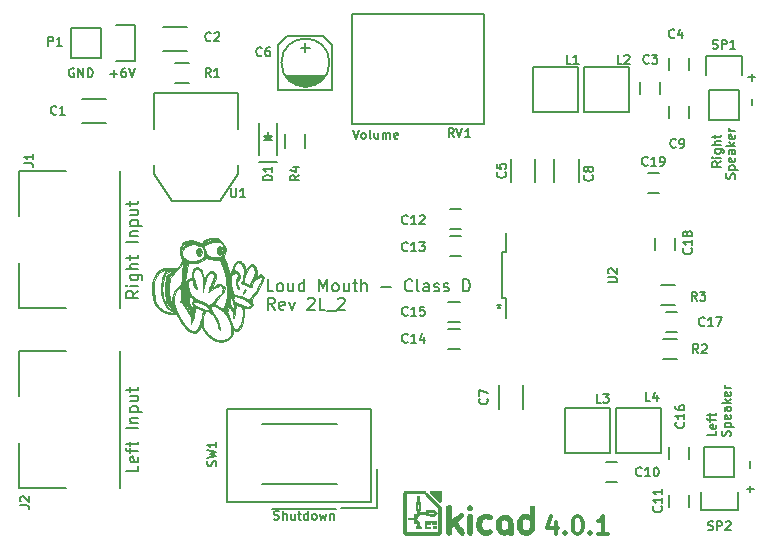
<source format=gto>
G04 #@! TF.FileFunction,Legend,Top*
%FSLAX46Y46*%
G04 Gerber Fmt 4.6, Leading zero omitted, Abs format (unit mm)*
G04 Created by KiCad (PCBNEW 4.0.0-2.201512072331+6194~38~ubuntu14.04.1-stable) date Tue 16 Aug 2016 09:34:35 AM CEST*
%MOMM*%
G01*
G04 APERTURE LIST*
%ADD10C,0.100000*%
%ADD11C,0.127000*%
%ADD12C,0.300000*%
%ADD13C,0.150000*%
%ADD14C,0.010000*%
G04 APERTURE END LIST*
D10*
D11*
X161997571Y-120323429D02*
X161997571Y-120904000D01*
X161997571Y-122428000D02*
X161997571Y-123008571D01*
X161707286Y-122718285D02*
X162287857Y-122718285D01*
X159513814Y-94977858D02*
X159150957Y-95231858D01*
X159513814Y-95413286D02*
X158751814Y-95413286D01*
X158751814Y-95123001D01*
X158788100Y-95050429D01*
X158824386Y-95014144D01*
X158896957Y-94977858D01*
X159005814Y-94977858D01*
X159078386Y-95014144D01*
X159114671Y-95050429D01*
X159150957Y-95123001D01*
X159150957Y-95413286D01*
X159513814Y-94651286D02*
X159005814Y-94651286D01*
X158751814Y-94651286D02*
X158788100Y-94687572D01*
X158824386Y-94651286D01*
X158788100Y-94615001D01*
X158751814Y-94651286D01*
X158824386Y-94651286D01*
X159005814Y-93961858D02*
X159622671Y-93961858D01*
X159695243Y-93998144D01*
X159731529Y-94034429D01*
X159767814Y-94107001D01*
X159767814Y-94215858D01*
X159731529Y-94288429D01*
X159477529Y-93961858D02*
X159513814Y-94034429D01*
X159513814Y-94179572D01*
X159477529Y-94252144D01*
X159441243Y-94288429D01*
X159368671Y-94324715D01*
X159150957Y-94324715D01*
X159078386Y-94288429D01*
X159042100Y-94252144D01*
X159005814Y-94179572D01*
X159005814Y-94034429D01*
X159042100Y-93961858D01*
X159513814Y-93599000D02*
X158751814Y-93599000D01*
X159513814Y-93272429D02*
X159114671Y-93272429D01*
X159042100Y-93308715D01*
X159005814Y-93381286D01*
X159005814Y-93490143D01*
X159042100Y-93562715D01*
X159078386Y-93599000D01*
X159005814Y-93018429D02*
X159005814Y-92728143D01*
X158751814Y-92909571D02*
X159404957Y-92909571D01*
X159477529Y-92873286D01*
X159513814Y-92800714D01*
X159513814Y-92728143D01*
X160671329Y-96429286D02*
X160707614Y-96320429D01*
X160707614Y-96139000D01*
X160671329Y-96066429D01*
X160635043Y-96030143D01*
X160562471Y-95993858D01*
X160489900Y-95993858D01*
X160417329Y-96030143D01*
X160381043Y-96066429D01*
X160344757Y-96139000D01*
X160308471Y-96284143D01*
X160272186Y-96356715D01*
X160235900Y-96393000D01*
X160163329Y-96429286D01*
X160090757Y-96429286D01*
X160018186Y-96393000D01*
X159981900Y-96356715D01*
X159945614Y-96284143D01*
X159945614Y-96102715D01*
X159981900Y-95993858D01*
X160199614Y-95667286D02*
X160961614Y-95667286D01*
X160235900Y-95667286D02*
X160199614Y-95594715D01*
X160199614Y-95449572D01*
X160235900Y-95377001D01*
X160272186Y-95340715D01*
X160344757Y-95304429D01*
X160562471Y-95304429D01*
X160635043Y-95340715D01*
X160671329Y-95377001D01*
X160707614Y-95449572D01*
X160707614Y-95594715D01*
X160671329Y-95667286D01*
X160671329Y-94687572D02*
X160707614Y-94760143D01*
X160707614Y-94905286D01*
X160671329Y-94977857D01*
X160598757Y-95014143D01*
X160308471Y-95014143D01*
X160235900Y-94977857D01*
X160199614Y-94905286D01*
X160199614Y-94760143D01*
X160235900Y-94687572D01*
X160308471Y-94651286D01*
X160381043Y-94651286D01*
X160453614Y-95014143D01*
X160707614Y-93998143D02*
X160308471Y-93998143D01*
X160235900Y-94034429D01*
X160199614Y-94107000D01*
X160199614Y-94252143D01*
X160235900Y-94324714D01*
X160671329Y-93998143D02*
X160707614Y-94070714D01*
X160707614Y-94252143D01*
X160671329Y-94324714D01*
X160598757Y-94361000D01*
X160526186Y-94361000D01*
X160453614Y-94324714D01*
X160417329Y-94252143D01*
X160417329Y-94070714D01*
X160381043Y-93998143D01*
X160707614Y-93635285D02*
X159945614Y-93635285D01*
X160417329Y-93562714D02*
X160707614Y-93345000D01*
X160199614Y-93345000D02*
X160489900Y-93635285D01*
X160671329Y-92728143D02*
X160707614Y-92800714D01*
X160707614Y-92945857D01*
X160671329Y-93018428D01*
X160598757Y-93054714D01*
X160308471Y-93054714D01*
X160235900Y-93018428D01*
X160199614Y-92945857D01*
X160199614Y-92800714D01*
X160235900Y-92728143D01*
X160308471Y-92691857D01*
X160381043Y-92691857D01*
X160453614Y-93054714D01*
X160707614Y-92365285D02*
X160199614Y-92365285D01*
X160344757Y-92365285D02*
X160272186Y-92329000D01*
X160235900Y-92292714D01*
X160199614Y-92220143D01*
X160199614Y-92147571D01*
X121647856Y-125276429D02*
X121756713Y-125312714D01*
X121938142Y-125312714D01*
X122010713Y-125276429D01*
X122046999Y-125240143D01*
X122083284Y-125167571D01*
X122083284Y-125095000D01*
X122046999Y-125022429D01*
X122010713Y-124986143D01*
X121938142Y-124949857D01*
X121792999Y-124913571D01*
X121720427Y-124877286D01*
X121684142Y-124841000D01*
X121647856Y-124768429D01*
X121647856Y-124695857D01*
X121684142Y-124623286D01*
X121720427Y-124587000D01*
X121792999Y-124550714D01*
X121974427Y-124550714D01*
X122083284Y-124587000D01*
X122409856Y-125312714D02*
X122409856Y-124550714D01*
X122736427Y-125312714D02*
X122736427Y-124913571D01*
X122700141Y-124841000D01*
X122627570Y-124804714D01*
X122518713Y-124804714D01*
X122446141Y-124841000D01*
X122409856Y-124877286D01*
X123425856Y-124804714D02*
X123425856Y-125312714D01*
X123099285Y-124804714D02*
X123099285Y-125203857D01*
X123135570Y-125276429D01*
X123208142Y-125312714D01*
X123316999Y-125312714D01*
X123389570Y-125276429D01*
X123425856Y-125240143D01*
X123679856Y-124804714D02*
X123970142Y-124804714D01*
X123788714Y-124550714D02*
X123788714Y-125203857D01*
X123824999Y-125276429D01*
X123897571Y-125312714D01*
X123970142Y-125312714D01*
X124550714Y-125312714D02*
X124550714Y-124550714D01*
X124550714Y-125276429D02*
X124478143Y-125312714D01*
X124333000Y-125312714D01*
X124260428Y-125276429D01*
X124224143Y-125240143D01*
X124187857Y-125167571D01*
X124187857Y-124949857D01*
X124224143Y-124877286D01*
X124260428Y-124841000D01*
X124333000Y-124804714D01*
X124478143Y-124804714D01*
X124550714Y-124841000D01*
X125022429Y-125312714D02*
X124949857Y-125276429D01*
X124913572Y-125240143D01*
X124877286Y-125167571D01*
X124877286Y-124949857D01*
X124913572Y-124877286D01*
X124949857Y-124841000D01*
X125022429Y-124804714D01*
X125131286Y-124804714D01*
X125203857Y-124841000D01*
X125240143Y-124877286D01*
X125276429Y-124949857D01*
X125276429Y-125167571D01*
X125240143Y-125240143D01*
X125203857Y-125276429D01*
X125131286Y-125312714D01*
X125022429Y-125312714D01*
X125530429Y-124804714D02*
X125675572Y-125312714D01*
X125820715Y-124949857D01*
X125965858Y-125312714D01*
X126111001Y-124804714D01*
X126401287Y-124804714D02*
X126401287Y-125312714D01*
X126401287Y-124877286D02*
X126437572Y-124841000D01*
X126510144Y-124804714D01*
X126619001Y-124804714D01*
X126691572Y-124841000D01*
X126727858Y-124913571D01*
X126727858Y-125312714D01*
X121502713Y-124419360D02*
X126909287Y-124419360D01*
X159132814Y-117819714D02*
X159132814Y-118182571D01*
X158370814Y-118182571D01*
X159096529Y-117275429D02*
X159132814Y-117348000D01*
X159132814Y-117493143D01*
X159096529Y-117565714D01*
X159023957Y-117602000D01*
X158733671Y-117602000D01*
X158661100Y-117565714D01*
X158624814Y-117493143D01*
X158624814Y-117348000D01*
X158661100Y-117275429D01*
X158733671Y-117239143D01*
X158806243Y-117239143D01*
X158878814Y-117602000D01*
X158624814Y-117021429D02*
X158624814Y-116731143D01*
X159132814Y-116912571D02*
X158479671Y-116912571D01*
X158407100Y-116876286D01*
X158370814Y-116803714D01*
X158370814Y-116731143D01*
X158624814Y-116586000D02*
X158624814Y-116295714D01*
X158370814Y-116477142D02*
X159023957Y-116477142D01*
X159096529Y-116440857D01*
X159132814Y-116368285D01*
X159132814Y-116295714D01*
X160290329Y-118218857D02*
X160326614Y-118110000D01*
X160326614Y-117928571D01*
X160290329Y-117856000D01*
X160254043Y-117819714D01*
X160181471Y-117783429D01*
X160108900Y-117783429D01*
X160036329Y-117819714D01*
X160000043Y-117856000D01*
X159963757Y-117928571D01*
X159927471Y-118073714D01*
X159891186Y-118146286D01*
X159854900Y-118182571D01*
X159782329Y-118218857D01*
X159709757Y-118218857D01*
X159637186Y-118182571D01*
X159600900Y-118146286D01*
X159564614Y-118073714D01*
X159564614Y-117892286D01*
X159600900Y-117783429D01*
X159818614Y-117456857D02*
X160580614Y-117456857D01*
X159854900Y-117456857D02*
X159818614Y-117384286D01*
X159818614Y-117239143D01*
X159854900Y-117166572D01*
X159891186Y-117130286D01*
X159963757Y-117094000D01*
X160181471Y-117094000D01*
X160254043Y-117130286D01*
X160290329Y-117166572D01*
X160326614Y-117239143D01*
X160326614Y-117384286D01*
X160290329Y-117456857D01*
X160290329Y-116477143D02*
X160326614Y-116549714D01*
X160326614Y-116694857D01*
X160290329Y-116767428D01*
X160217757Y-116803714D01*
X159927471Y-116803714D01*
X159854900Y-116767428D01*
X159818614Y-116694857D01*
X159818614Y-116549714D01*
X159854900Y-116477143D01*
X159927471Y-116440857D01*
X160000043Y-116440857D01*
X160072614Y-116803714D01*
X160326614Y-115787714D02*
X159927471Y-115787714D01*
X159854900Y-115824000D01*
X159818614Y-115896571D01*
X159818614Y-116041714D01*
X159854900Y-116114285D01*
X160290329Y-115787714D02*
X160326614Y-115860285D01*
X160326614Y-116041714D01*
X160290329Y-116114285D01*
X160217757Y-116150571D01*
X160145186Y-116150571D01*
X160072614Y-116114285D01*
X160036329Y-116041714D01*
X160036329Y-115860285D01*
X160000043Y-115787714D01*
X160326614Y-115424856D02*
X159564614Y-115424856D01*
X160036329Y-115352285D02*
X160326614Y-115134571D01*
X159818614Y-115134571D02*
X160108900Y-115424856D01*
X160290329Y-114517714D02*
X160326614Y-114590285D01*
X160326614Y-114735428D01*
X160290329Y-114807999D01*
X160217757Y-114844285D01*
X159927471Y-114844285D01*
X159854900Y-114807999D01*
X159818614Y-114735428D01*
X159818614Y-114590285D01*
X159854900Y-114517714D01*
X159927471Y-114481428D01*
X160000043Y-114481428D01*
X160072614Y-114844285D01*
X160326614Y-114154856D02*
X159818614Y-114154856D01*
X159963757Y-114154856D02*
X159891186Y-114118571D01*
X159854900Y-114082285D01*
X159818614Y-114009714D01*
X159818614Y-113937142D01*
X162106429Y-90242571D02*
X162106429Y-89662000D01*
X162106429Y-88138000D02*
X162106429Y-87557429D01*
X162396714Y-87847715D02*
X161816143Y-87847715D01*
X128324428Y-92292714D02*
X128578428Y-93054714D01*
X128832428Y-92292714D01*
X129195286Y-93054714D02*
X129122714Y-93018429D01*
X129086429Y-92982143D01*
X129050143Y-92909571D01*
X129050143Y-92691857D01*
X129086429Y-92619286D01*
X129122714Y-92583000D01*
X129195286Y-92546714D01*
X129304143Y-92546714D01*
X129376714Y-92583000D01*
X129413000Y-92619286D01*
X129449286Y-92691857D01*
X129449286Y-92909571D01*
X129413000Y-92982143D01*
X129376714Y-93018429D01*
X129304143Y-93054714D01*
X129195286Y-93054714D01*
X129884715Y-93054714D02*
X129812143Y-93018429D01*
X129775858Y-92945857D01*
X129775858Y-92292714D01*
X130501572Y-92546714D02*
X130501572Y-93054714D01*
X130175001Y-92546714D02*
X130175001Y-92945857D01*
X130211286Y-93018429D01*
X130283858Y-93054714D01*
X130392715Y-93054714D01*
X130465286Y-93018429D01*
X130501572Y-92982143D01*
X130864430Y-93054714D02*
X130864430Y-92546714D01*
X130864430Y-92619286D02*
X130900715Y-92583000D01*
X130973287Y-92546714D01*
X131082144Y-92546714D01*
X131154715Y-92583000D01*
X131191001Y-92655571D01*
X131191001Y-93054714D01*
X131191001Y-92655571D02*
X131227287Y-92583000D01*
X131299858Y-92546714D01*
X131408715Y-92546714D01*
X131481287Y-92583000D01*
X131517572Y-92655571D01*
X131517572Y-93054714D01*
X132170715Y-93018429D02*
X132098144Y-93054714D01*
X131953001Y-93054714D01*
X131880430Y-93018429D01*
X131844144Y-92945857D01*
X131844144Y-92655571D01*
X131880430Y-92583000D01*
X131953001Y-92546714D01*
X132098144Y-92546714D01*
X132170715Y-92583000D01*
X132207001Y-92655571D01*
X132207001Y-92728143D01*
X131844144Y-92800714D01*
X104738714Y-87122000D02*
X104666143Y-87085714D01*
X104557286Y-87085714D01*
X104448429Y-87122000D01*
X104375857Y-87194571D01*
X104339572Y-87267143D01*
X104303286Y-87412286D01*
X104303286Y-87521143D01*
X104339572Y-87666286D01*
X104375857Y-87738857D01*
X104448429Y-87811429D01*
X104557286Y-87847714D01*
X104629857Y-87847714D01*
X104738714Y-87811429D01*
X104775000Y-87775143D01*
X104775000Y-87521143D01*
X104629857Y-87521143D01*
X105101572Y-87847714D02*
X105101572Y-87085714D01*
X105537000Y-87847714D01*
X105537000Y-87085714D01*
X105899858Y-87847714D02*
X105899858Y-87085714D01*
X106081286Y-87085714D01*
X106190143Y-87122000D01*
X106262715Y-87194571D01*
X106299000Y-87267143D01*
X106335286Y-87412286D01*
X106335286Y-87521143D01*
X106299000Y-87666286D01*
X106262715Y-87738857D01*
X106190143Y-87811429D01*
X106081286Y-87847714D01*
X105899858Y-87847714D01*
X107823000Y-87557429D02*
X108403571Y-87557429D01*
X108113285Y-87847714D02*
X108113285Y-87267143D01*
X109093000Y-87085714D02*
X108947857Y-87085714D01*
X108875286Y-87122000D01*
X108839000Y-87158286D01*
X108766429Y-87267143D01*
X108730143Y-87412286D01*
X108730143Y-87702571D01*
X108766429Y-87775143D01*
X108802714Y-87811429D01*
X108875286Y-87847714D01*
X109020429Y-87847714D01*
X109093000Y-87811429D01*
X109129286Y-87775143D01*
X109165571Y-87702571D01*
X109165571Y-87521143D01*
X109129286Y-87448571D01*
X109093000Y-87412286D01*
X109020429Y-87376000D01*
X108875286Y-87376000D01*
X108802714Y-87412286D01*
X108766429Y-87448571D01*
X108730143Y-87521143D01*
X109383285Y-87085714D02*
X109637285Y-87847714D01*
X109891285Y-87085714D01*
X110187619Y-120728618D02*
X110187619Y-121212427D01*
X109171619Y-121212427D01*
X110139238Y-120002904D02*
X110187619Y-120099666D01*
X110187619Y-120293189D01*
X110139238Y-120389951D01*
X110042476Y-120438332D01*
X109655429Y-120438332D01*
X109558667Y-120389951D01*
X109510286Y-120293189D01*
X109510286Y-120099666D01*
X109558667Y-120002904D01*
X109655429Y-119954523D01*
X109752190Y-119954523D01*
X109848952Y-120438332D01*
X109510286Y-119664237D02*
X109510286Y-119277189D01*
X110187619Y-119519094D02*
X109316762Y-119519094D01*
X109220000Y-119470713D01*
X109171619Y-119373951D01*
X109171619Y-119277189D01*
X109510286Y-119083666D02*
X109510286Y-118696618D01*
X109171619Y-118938523D02*
X110042476Y-118938523D01*
X110139238Y-118890142D01*
X110187619Y-118793380D01*
X110187619Y-118696618D01*
X110187619Y-117583857D02*
X109171619Y-117583857D01*
X109510286Y-117100047D02*
X110187619Y-117100047D01*
X109607048Y-117100047D02*
X109558667Y-117051666D01*
X109510286Y-116954904D01*
X109510286Y-116809762D01*
X109558667Y-116713000D01*
X109655429Y-116664619D01*
X110187619Y-116664619D01*
X109510286Y-116180809D02*
X110526286Y-116180809D01*
X109558667Y-116180809D02*
X109510286Y-116084047D01*
X109510286Y-115890524D01*
X109558667Y-115793762D01*
X109607048Y-115745381D01*
X109703810Y-115697000D01*
X109994095Y-115697000D01*
X110090857Y-115745381D01*
X110139238Y-115793762D01*
X110187619Y-115890524D01*
X110187619Y-116084047D01*
X110139238Y-116180809D01*
X109510286Y-114826143D02*
X110187619Y-114826143D01*
X109510286Y-115261571D02*
X110042476Y-115261571D01*
X110139238Y-115213190D01*
X110187619Y-115116428D01*
X110187619Y-114971286D01*
X110139238Y-114874524D01*
X110090857Y-114826143D01*
X109510286Y-114487476D02*
X109510286Y-114100428D01*
X109171619Y-114342333D02*
X110042476Y-114342333D01*
X110139238Y-114293952D01*
X110187619Y-114197190D01*
X110187619Y-114100428D01*
X110187619Y-105924047D02*
X109703810Y-106262713D01*
X110187619Y-106504618D02*
X109171619Y-106504618D01*
X109171619Y-106117571D01*
X109220000Y-106020809D01*
X109268381Y-105972428D01*
X109365143Y-105924047D01*
X109510286Y-105924047D01*
X109607048Y-105972428D01*
X109655429Y-106020809D01*
X109703810Y-106117571D01*
X109703810Y-106504618D01*
X110187619Y-105488618D02*
X109510286Y-105488618D01*
X109171619Y-105488618D02*
X109220000Y-105536999D01*
X109268381Y-105488618D01*
X109220000Y-105440237D01*
X109171619Y-105488618D01*
X109268381Y-105488618D01*
X109510286Y-104569380D02*
X110332762Y-104569380D01*
X110429524Y-104617761D01*
X110477905Y-104666142D01*
X110526286Y-104762903D01*
X110526286Y-104908046D01*
X110477905Y-105004808D01*
X110139238Y-104569380D02*
X110187619Y-104666142D01*
X110187619Y-104859665D01*
X110139238Y-104956427D01*
X110090857Y-105004808D01*
X109994095Y-105053189D01*
X109703810Y-105053189D01*
X109607048Y-105004808D01*
X109558667Y-104956427D01*
X109510286Y-104859665D01*
X109510286Y-104666142D01*
X109558667Y-104569380D01*
X110187619Y-104085570D02*
X109171619Y-104085570D01*
X110187619Y-103650142D02*
X109655429Y-103650142D01*
X109558667Y-103698523D01*
X109510286Y-103795285D01*
X109510286Y-103940427D01*
X109558667Y-104037189D01*
X109607048Y-104085570D01*
X109510286Y-103311475D02*
X109510286Y-102924427D01*
X109171619Y-103166332D02*
X110042476Y-103166332D01*
X110139238Y-103117951D01*
X110187619Y-103021189D01*
X110187619Y-102924427D01*
X110187619Y-101811666D02*
X109171619Y-101811666D01*
X109510286Y-101327856D02*
X110187619Y-101327856D01*
X109607048Y-101327856D02*
X109558667Y-101279475D01*
X109510286Y-101182713D01*
X109510286Y-101037571D01*
X109558667Y-100940809D01*
X109655429Y-100892428D01*
X110187619Y-100892428D01*
X109510286Y-100408618D02*
X110526286Y-100408618D01*
X109558667Y-100408618D02*
X109510286Y-100311856D01*
X109510286Y-100118333D01*
X109558667Y-100021571D01*
X109607048Y-99973190D01*
X109703810Y-99924809D01*
X109994095Y-99924809D01*
X110090857Y-99973190D01*
X110139238Y-100021571D01*
X110187619Y-100118333D01*
X110187619Y-100311856D01*
X110139238Y-100408618D01*
X109510286Y-99053952D02*
X110187619Y-99053952D01*
X109510286Y-99489380D02*
X110042476Y-99489380D01*
X110139238Y-99440999D01*
X110187619Y-99344237D01*
X110187619Y-99199095D01*
X110139238Y-99102333D01*
X110090857Y-99053952D01*
X109510286Y-98715285D02*
X109510286Y-98328237D01*
X109171619Y-98570142D02*
X110042476Y-98570142D01*
X110139238Y-98521761D01*
X110187619Y-98424999D01*
X110187619Y-98328237D01*
D12*
X145526000Y-125535571D02*
X145526000Y-126535571D01*
X145168857Y-124964143D02*
X144811714Y-126035571D01*
X145740286Y-126035571D01*
X146311714Y-126392714D02*
X146383142Y-126464143D01*
X146311714Y-126535571D01*
X146240285Y-126464143D01*
X146311714Y-126392714D01*
X146311714Y-126535571D01*
X147311714Y-125035571D02*
X147454571Y-125035571D01*
X147597428Y-125107000D01*
X147668857Y-125178429D01*
X147740286Y-125321286D01*
X147811714Y-125607000D01*
X147811714Y-125964143D01*
X147740286Y-126249857D01*
X147668857Y-126392714D01*
X147597428Y-126464143D01*
X147454571Y-126535571D01*
X147311714Y-126535571D01*
X147168857Y-126464143D01*
X147097428Y-126392714D01*
X147026000Y-126249857D01*
X146954571Y-125964143D01*
X146954571Y-125607000D01*
X147026000Y-125321286D01*
X147097428Y-125178429D01*
X147168857Y-125107000D01*
X147311714Y-125035571D01*
X148454571Y-126392714D02*
X148525999Y-126464143D01*
X148454571Y-126535571D01*
X148383142Y-126464143D01*
X148454571Y-126392714D01*
X148454571Y-126535571D01*
X149954571Y-126535571D02*
X149097428Y-126535571D01*
X149526000Y-126535571D02*
X149526000Y-125035571D01*
X149383143Y-125249857D01*
X149240285Y-125392714D01*
X149097428Y-125464143D01*
D11*
X121629714Y-105983919D02*
X121145905Y-105983919D01*
X121145905Y-104967919D01*
X122113524Y-105983919D02*
X122016762Y-105935538D01*
X121968381Y-105887157D01*
X121920000Y-105790395D01*
X121920000Y-105500110D01*
X121968381Y-105403348D01*
X122016762Y-105354967D01*
X122113524Y-105306586D01*
X122258666Y-105306586D01*
X122355428Y-105354967D01*
X122403809Y-105403348D01*
X122452190Y-105500110D01*
X122452190Y-105790395D01*
X122403809Y-105887157D01*
X122355428Y-105935538D01*
X122258666Y-105983919D01*
X122113524Y-105983919D01*
X123323047Y-105306586D02*
X123323047Y-105983919D01*
X122887619Y-105306586D02*
X122887619Y-105838776D01*
X122936000Y-105935538D01*
X123032762Y-105983919D01*
X123177904Y-105983919D01*
X123274666Y-105935538D01*
X123323047Y-105887157D01*
X124242285Y-105983919D02*
X124242285Y-104967919D01*
X124242285Y-105935538D02*
X124145523Y-105983919D01*
X123952000Y-105983919D01*
X123855238Y-105935538D01*
X123806857Y-105887157D01*
X123758476Y-105790395D01*
X123758476Y-105500110D01*
X123806857Y-105403348D01*
X123855238Y-105354967D01*
X123952000Y-105306586D01*
X124145523Y-105306586D01*
X124242285Y-105354967D01*
X125500190Y-105983919D02*
X125500190Y-104967919D01*
X125838856Y-105693633D01*
X126177523Y-104967919D01*
X126177523Y-105983919D01*
X126806476Y-105983919D02*
X126709714Y-105935538D01*
X126661333Y-105887157D01*
X126612952Y-105790395D01*
X126612952Y-105500110D01*
X126661333Y-105403348D01*
X126709714Y-105354967D01*
X126806476Y-105306586D01*
X126951618Y-105306586D01*
X127048380Y-105354967D01*
X127096761Y-105403348D01*
X127145142Y-105500110D01*
X127145142Y-105790395D01*
X127096761Y-105887157D01*
X127048380Y-105935538D01*
X126951618Y-105983919D01*
X126806476Y-105983919D01*
X128015999Y-105306586D02*
X128015999Y-105983919D01*
X127580571Y-105306586D02*
X127580571Y-105838776D01*
X127628952Y-105935538D01*
X127725714Y-105983919D01*
X127870856Y-105983919D01*
X127967618Y-105935538D01*
X128015999Y-105887157D01*
X128354666Y-105306586D02*
X128741714Y-105306586D01*
X128499809Y-104967919D02*
X128499809Y-105838776D01*
X128548190Y-105935538D01*
X128644952Y-105983919D01*
X128741714Y-105983919D01*
X129080380Y-105983919D02*
X129080380Y-104967919D01*
X129515808Y-105983919D02*
X129515808Y-105451729D01*
X129467427Y-105354967D01*
X129370665Y-105306586D01*
X129225523Y-105306586D01*
X129128761Y-105354967D01*
X129080380Y-105403348D01*
X130773713Y-105596871D02*
X131547808Y-105596871D01*
X133386284Y-105887157D02*
X133337903Y-105935538D01*
X133192760Y-105983919D01*
X133095998Y-105983919D01*
X132950856Y-105935538D01*
X132854094Y-105838776D01*
X132805713Y-105742014D01*
X132757332Y-105548490D01*
X132757332Y-105403348D01*
X132805713Y-105209824D01*
X132854094Y-105113062D01*
X132950856Y-105016300D01*
X133095998Y-104967919D01*
X133192760Y-104967919D01*
X133337903Y-105016300D01*
X133386284Y-105064681D01*
X133966856Y-105983919D02*
X133870094Y-105935538D01*
X133821713Y-105838776D01*
X133821713Y-104967919D01*
X134789331Y-105983919D02*
X134789331Y-105451729D01*
X134740950Y-105354967D01*
X134644188Y-105306586D01*
X134450665Y-105306586D01*
X134353903Y-105354967D01*
X134789331Y-105935538D02*
X134692569Y-105983919D01*
X134450665Y-105983919D01*
X134353903Y-105935538D01*
X134305522Y-105838776D01*
X134305522Y-105742014D01*
X134353903Y-105645252D01*
X134450665Y-105596871D01*
X134692569Y-105596871D01*
X134789331Y-105548490D01*
X135224760Y-105935538D02*
X135321522Y-105983919D01*
X135515046Y-105983919D01*
X135611807Y-105935538D01*
X135660188Y-105838776D01*
X135660188Y-105790395D01*
X135611807Y-105693633D01*
X135515046Y-105645252D01*
X135369903Y-105645252D01*
X135273141Y-105596871D01*
X135224760Y-105500110D01*
X135224760Y-105451729D01*
X135273141Y-105354967D01*
X135369903Y-105306586D01*
X135515046Y-105306586D01*
X135611807Y-105354967D01*
X136047236Y-105935538D02*
X136143998Y-105983919D01*
X136337522Y-105983919D01*
X136434283Y-105935538D01*
X136482664Y-105838776D01*
X136482664Y-105790395D01*
X136434283Y-105693633D01*
X136337522Y-105645252D01*
X136192379Y-105645252D01*
X136095617Y-105596871D01*
X136047236Y-105500110D01*
X136047236Y-105451729D01*
X136095617Y-105354967D01*
X136192379Y-105306586D01*
X136337522Y-105306586D01*
X136434283Y-105354967D01*
X137692188Y-105983919D02*
X137692188Y-104967919D01*
X137934093Y-104967919D01*
X138079235Y-105016300D01*
X138175997Y-105113062D01*
X138224378Y-105209824D01*
X138272759Y-105403348D01*
X138272759Y-105548490D01*
X138224378Y-105742014D01*
X138175997Y-105838776D01*
X138079235Y-105935538D01*
X137934093Y-105983919D01*
X137692188Y-105983919D01*
X121726476Y-107533319D02*
X121387810Y-107049510D01*
X121145905Y-107533319D02*
X121145905Y-106517319D01*
X121532952Y-106517319D01*
X121629714Y-106565700D01*
X121678095Y-106614081D01*
X121726476Y-106710843D01*
X121726476Y-106855986D01*
X121678095Y-106952748D01*
X121629714Y-107001129D01*
X121532952Y-107049510D01*
X121145905Y-107049510D01*
X122548952Y-107484938D02*
X122452190Y-107533319D01*
X122258667Y-107533319D01*
X122161905Y-107484938D01*
X122113524Y-107388176D01*
X122113524Y-107001129D01*
X122161905Y-106904367D01*
X122258667Y-106855986D01*
X122452190Y-106855986D01*
X122548952Y-106904367D01*
X122597333Y-107001129D01*
X122597333Y-107097890D01*
X122113524Y-107194652D01*
X122936000Y-106855986D02*
X123177905Y-107533319D01*
X123419809Y-106855986D01*
X124532571Y-106614081D02*
X124580952Y-106565700D01*
X124677714Y-106517319D01*
X124919618Y-106517319D01*
X125016380Y-106565700D01*
X125064761Y-106614081D01*
X125113142Y-106710843D01*
X125113142Y-106807605D01*
X125064761Y-106952748D01*
X124484190Y-107533319D01*
X125113142Y-107533319D01*
X126032380Y-107533319D02*
X125548571Y-107533319D01*
X125548571Y-106517319D01*
X126129142Y-107630081D02*
X126903237Y-107630081D01*
X127096761Y-106614081D02*
X127145142Y-106565700D01*
X127241904Y-106517319D01*
X127483808Y-106517319D01*
X127580570Y-106565700D01*
X127628951Y-106614081D01*
X127677332Y-106710843D01*
X127677332Y-106807605D01*
X127628951Y-106952748D01*
X127048380Y-107533319D01*
X127677332Y-107533319D01*
X100100000Y-114840000D02*
X100100000Y-111040000D01*
X100100000Y-122640000D02*
X100100000Y-118840000D01*
X104100000Y-122640000D02*
X100100000Y-122640000D01*
X108600000Y-122640000D02*
X108600000Y-111040000D01*
X104100000Y-111040000D02*
X100100000Y-111040000D01*
D13*
X107426000Y-89653000D02*
X105426000Y-89653000D01*
X105426000Y-91703000D02*
X107426000Y-91703000D01*
X114284000Y-83557000D02*
X112284000Y-83557000D01*
X112284000Y-85607000D02*
X114284000Y-85607000D01*
X152693000Y-88273000D02*
X152693000Y-89273000D01*
X154393000Y-89273000D02*
X154393000Y-88273000D01*
X156806000Y-87241000D02*
X156806000Y-86241000D01*
X155106000Y-86241000D02*
X155106000Y-87241000D01*
X143773000Y-96758000D02*
X143773000Y-94758000D01*
X141723000Y-94758000D02*
X141723000Y-96758000D01*
X124333000Y-84963000D02*
X124333000Y-85725000D01*
X123952000Y-85344000D02*
X124714000Y-85344000D01*
X126619000Y-85090000D02*
X126619000Y-88900000D01*
X122809000Y-84328000D02*
X125857000Y-84328000D01*
X126619000Y-85090000D02*
X125857000Y-84328000D01*
X122047000Y-85090000D02*
X122047000Y-88900000D01*
X122047000Y-85090000D02*
X122809000Y-84328000D01*
X124460000Y-88646000D02*
X124206000Y-88646000D01*
X123698000Y-88519000D02*
X124968000Y-88519000D01*
X125222000Y-88392000D02*
X123444000Y-88392000D01*
X125476000Y-88265000D02*
X123190000Y-88265000D01*
X123063000Y-88138000D02*
X125603000Y-88138000D01*
X125730000Y-88011000D02*
X122936000Y-88011000D01*
X122809000Y-87884000D02*
X125857000Y-87884000D01*
X122682000Y-87757000D02*
X125984000Y-87757000D01*
X122047000Y-88900000D02*
X126619000Y-88900000D01*
X126365000Y-86614000D02*
G75*
G03X126365000Y-86614000I-2032000J0D01*
G01*
X140707000Y-113935000D02*
X140707000Y-115935000D01*
X142757000Y-115935000D02*
X142757000Y-113935000D01*
X147456000Y-96758000D02*
X147456000Y-94758000D01*
X145406000Y-94758000D02*
X145406000Y-96758000D01*
X155106000Y-90305000D02*
X155106000Y-91305000D01*
X156806000Y-91305000D02*
X156806000Y-90305000D01*
X149741000Y-122135000D02*
X150741000Y-122135000D01*
X150741000Y-120435000D02*
X149741000Y-120435000D01*
X156806000Y-124198000D02*
X156806000Y-123198000D01*
X155106000Y-123198000D02*
X155106000Y-124198000D01*
X136533000Y-100672000D02*
X137533000Y-100672000D01*
X137533000Y-98972000D02*
X136533000Y-98972000D01*
X136533000Y-102958000D02*
X137533000Y-102958000D01*
X137533000Y-101258000D02*
X136533000Y-101258000D01*
X136406000Y-110832000D02*
X137406000Y-110832000D01*
X137406000Y-109132000D02*
X136406000Y-109132000D01*
X136406000Y-108546000D02*
X137406000Y-108546000D01*
X137406000Y-106846000D02*
X136406000Y-106846000D01*
X155106000Y-119134000D02*
X155106000Y-120134000D01*
X156806000Y-120134000D02*
X156806000Y-119134000D01*
X155821000Y-107735000D02*
X154821000Y-107735000D01*
X154821000Y-109435000D02*
X155821000Y-109435000D01*
X155663000Y-102481000D02*
X155663000Y-101481000D01*
X153963000Y-101481000D02*
X153963000Y-102481000D01*
X153297000Y-97624000D02*
X154297000Y-97624000D01*
X154297000Y-95924000D02*
X153297000Y-95924000D01*
D11*
X143637000Y-90805000D02*
X143637000Y-86995000D01*
X143637000Y-86995000D02*
X147447000Y-86995000D01*
X147447000Y-86995000D02*
X147447000Y-90805000D01*
X147447000Y-90805000D02*
X143637000Y-90805000D01*
X151765000Y-86995000D02*
X151765000Y-90805000D01*
X151765000Y-90805000D02*
X147955000Y-90805000D01*
X147955000Y-90805000D02*
X147955000Y-86995000D01*
X147955000Y-86995000D02*
X151765000Y-86995000D01*
X146304000Y-119634000D02*
X146304000Y-115824000D01*
X146304000Y-115824000D02*
X150114000Y-115824000D01*
X150114000Y-115824000D02*
X150114000Y-119634000D01*
X150114000Y-119634000D02*
X146304000Y-119634000D01*
X154432000Y-115824000D02*
X154432000Y-119634000D01*
X154432000Y-119634000D02*
X150622000Y-119634000D01*
X150622000Y-119634000D02*
X150622000Y-115824000D01*
X150622000Y-115824000D02*
X154432000Y-115824000D01*
D13*
X107061000Y-86233000D02*
X104521000Y-86233000D01*
X109881000Y-86513000D02*
X108331000Y-86513000D01*
X107061000Y-86233000D02*
X107061000Y-83693000D01*
X108331000Y-83413000D02*
X109881000Y-83413000D01*
X109881000Y-83413000D02*
X109881000Y-86513000D01*
X107061000Y-83693000D02*
X104521000Y-83693000D01*
X104521000Y-83693000D02*
X104521000Y-86233000D01*
X113319000Y-86628000D02*
X114519000Y-86628000D01*
X114519000Y-88378000D02*
X113319000Y-88378000D01*
X154594000Y-109996000D02*
X155794000Y-109996000D01*
X155794000Y-111746000D02*
X154594000Y-111746000D01*
X155667000Y-107174000D02*
X154467000Y-107174000D01*
X154467000Y-105424000D02*
X155667000Y-105424000D01*
D11*
X128258000Y-91806000D02*
X139458000Y-91806000D01*
X139458000Y-91806000D02*
X139458000Y-82506000D01*
X139458000Y-82506000D02*
X128258000Y-82506000D01*
X128258000Y-82506000D02*
X128258000Y-91806000D01*
D13*
X161036000Y-88900000D02*
X161036000Y-91440000D01*
X161316000Y-86080000D02*
X161316000Y-87630000D01*
X161036000Y-88900000D02*
X158496000Y-88900000D01*
X158216000Y-87630000D02*
X158216000Y-86080000D01*
X158216000Y-86080000D02*
X161316000Y-86080000D01*
X158496000Y-88900000D02*
X158496000Y-91440000D01*
X158496000Y-91440000D02*
X161036000Y-91440000D01*
X158115000Y-121666000D02*
X158115000Y-119126000D01*
X157835000Y-124486000D02*
X157835000Y-122936000D01*
X158115000Y-121666000D02*
X160655000Y-121666000D01*
X160935000Y-122936000D02*
X160935000Y-124486000D01*
X160935000Y-124486000D02*
X157835000Y-124486000D01*
X160655000Y-121666000D02*
X160655000Y-119126000D01*
X160655000Y-119126000D02*
X158115000Y-119126000D01*
D11*
X127000000Y-117221000D02*
X120650000Y-117221000D01*
X127000000Y-122301000D02*
X120650000Y-122301000D01*
D13*
X130429000Y-121031000D02*
X130429000Y-124333000D01*
X130429000Y-124333000D02*
X127381000Y-124333000D01*
X129921000Y-115951000D02*
X129921000Y-123825000D01*
X129921000Y-123825000D02*
X117729000Y-123825000D01*
X117729000Y-123825000D02*
X117729000Y-115951000D01*
X117729000Y-115951000D02*
X129921000Y-115951000D01*
X118618000Y-92202000D02*
X118618000Y-89154000D01*
X118618000Y-89154000D02*
X111506000Y-89154000D01*
X111506000Y-89154000D02*
X111506000Y-92202000D01*
X118618000Y-95250000D02*
X118618000Y-96012000D01*
X118618000Y-96012000D02*
X117094000Y-98298000D01*
X117094000Y-98298000D02*
X113030000Y-98298000D01*
X113030000Y-98298000D02*
X111506000Y-96012000D01*
X111506000Y-96012000D02*
X111506000Y-95250000D01*
X124319000Y-92618000D02*
X124319000Y-93818000D01*
X122569000Y-93818000D02*
X122569000Y-92618000D01*
D11*
X100100000Y-99600000D02*
X100100000Y-95800000D01*
X100100000Y-107400000D02*
X100100000Y-103600000D01*
X104100000Y-107400000D02*
X100100000Y-107400000D01*
X108600000Y-107400000D02*
X108600000Y-95800000D01*
X104100000Y-95800000D02*
X100100000Y-95800000D01*
D13*
X120396000Y-94996000D02*
X121920000Y-94996000D01*
X121908000Y-94437000D02*
X121908000Y-91737000D01*
X120408000Y-94437000D02*
X120408000Y-91737000D01*
X121308000Y-92937000D02*
X121058000Y-92937000D01*
X121058000Y-92937000D02*
X121208000Y-93087000D01*
X120808000Y-93187000D02*
X121508000Y-93187000D01*
X121158000Y-92837000D02*
X121158000Y-92487000D01*
X121158000Y-93187000D02*
X120808000Y-92837000D01*
X120808000Y-92837000D02*
X121508000Y-92837000D01*
X121508000Y-92837000D02*
X121158000Y-93187000D01*
D14*
G36*
X116878755Y-101503689D02*
X117038982Y-101587693D01*
X117201622Y-101721344D01*
X117471502Y-102042986D01*
X117574889Y-102390405D01*
X117515842Y-102762021D01*
X117466284Y-102957642D01*
X117482238Y-103145112D01*
X117571925Y-103396272D01*
X117594447Y-103448973D01*
X117711864Y-103762924D01*
X117802362Y-104079673D01*
X117825147Y-104192714D01*
X117864722Y-104400723D01*
X117911350Y-104467796D01*
X117994772Y-104420807D01*
X118036619Y-104383786D01*
X118154753Y-104194287D01*
X118194667Y-103996029D01*
X118266543Y-103731436D01*
X118405230Y-103540740D01*
X118558770Y-103404997D01*
X118680742Y-103380582D01*
X118852370Y-103452524D01*
X118860636Y-103456790D01*
X119100580Y-103640314D01*
X119202141Y-103893250D01*
X119210667Y-104028878D01*
X119224444Y-104119838D01*
X119284643Y-104105984D01*
X119419559Y-103976282D01*
X119462493Y-103930660D01*
X119655286Y-103765389D01*
X119824243Y-103689468D01*
X119862533Y-103689623D01*
X120032090Y-103800089D01*
X120155529Y-104024438D01*
X120207483Y-104308499D01*
X120203516Y-104417820D01*
X120199000Y-104602909D01*
X120248771Y-104656448D01*
X120306858Y-104641047D01*
X120550406Y-104553601D01*
X120687590Y-104555162D01*
X120761023Y-104654247D01*
X120785588Y-104736740D01*
X120773145Y-104968476D01*
X120655694Y-105302082D01*
X120443663Y-105715536D01*
X120147476Y-106186818D01*
X119998074Y-106400054D01*
X119838011Y-106636637D01*
X119771817Y-106789860D01*
X119784520Y-106906078D01*
X119815704Y-106964679D01*
X119863898Y-107157211D01*
X119765867Y-107306973D01*
X119543643Y-107390224D01*
X119411966Y-107399667D01*
X119126000Y-107399667D01*
X119125528Y-107928833D01*
X119089289Y-108496006D01*
X118980978Y-108913142D01*
X118799476Y-109183957D01*
X118732494Y-109235980D01*
X118541534Y-109326131D01*
X118388376Y-109296361D01*
X118365637Y-109283005D01*
X118264174Y-109242077D01*
X118206344Y-109306378D01*
X118163560Y-109507541D01*
X118065180Y-109811542D01*
X117863842Y-110024692D01*
X117527141Y-110181249D01*
X117525866Y-110181677D01*
X117269987Y-110254109D01*
X117061065Y-110264532D01*
X116837464Y-110204803D01*
X116537547Y-110066776D01*
X116495349Y-110045500D01*
X116159507Y-109839773D01*
X115915251Y-109587829D01*
X115777457Y-109379123D01*
X115519248Y-108945579D01*
X115332179Y-109230956D01*
X115161776Y-109433543D01*
X114974971Y-109511370D01*
X114892132Y-109516333D01*
X114625850Y-109440857D01*
X114326763Y-109230238D01*
X114020701Y-108908194D01*
X113733489Y-108498441D01*
X113675589Y-108399221D01*
X113392489Y-107896868D01*
X112872559Y-107868688D01*
X112550600Y-107837534D01*
X112324473Y-107769128D01*
X112121016Y-107636946D01*
X112035148Y-107565102D01*
X111744798Y-107270496D01*
X111548658Y-106953245D01*
X111427977Y-106568739D01*
X111364006Y-106072368D01*
X111355992Y-105949204D01*
X111340957Y-105576640D01*
X111519541Y-105576640D01*
X111522848Y-106006112D01*
X111562557Y-106425940D01*
X111636696Y-106778253D01*
X111698765Y-106936789D01*
X111978415Y-107334194D01*
X112327491Y-107614433D01*
X112714359Y-107753308D01*
X112776000Y-107760652D01*
X113009773Y-107783278D01*
X113159056Y-107802490D01*
X113183163Y-107808208D01*
X113173970Y-107767622D01*
X113157000Y-107738333D01*
X113033431Y-107657726D01*
X112998510Y-107653667D01*
X112842079Y-107580210D01*
X112652837Y-107382846D01*
X112457792Y-107096085D01*
X112283948Y-106754438D01*
X112271046Y-106724049D01*
X112171022Y-106454898D01*
X112118588Y-106210085D01*
X112105294Y-105924181D01*
X112110994Y-105791000D01*
X112231788Y-105791000D01*
X112244429Y-106184683D01*
X112294310Y-106478685D01*
X112394525Y-106740929D01*
X112427684Y-106807000D01*
X112652910Y-107184317D01*
X112869087Y-107441442D01*
X113059611Y-107559867D01*
X113108258Y-107565610D01*
X113148696Y-107533950D01*
X113039069Y-107452335D01*
X113019518Y-107441504D01*
X112759314Y-107205785D01*
X112637682Y-106959767D01*
X112812156Y-106959767D01*
X112819864Y-106976333D01*
X112953982Y-107188392D01*
X113061845Y-107280789D01*
X113100861Y-107272361D01*
X113079237Y-107189431D01*
X112963686Y-107050603D01*
X112950144Y-107037481D01*
X112837269Y-106945441D01*
X112812156Y-106959767D01*
X112637682Y-106959767D01*
X112572714Y-106828361D01*
X112559087Y-106764667D01*
X112691333Y-106764667D01*
X112733667Y-106807000D01*
X112776000Y-106764667D01*
X112733667Y-106722333D01*
X112691333Y-106764667D01*
X112559087Y-106764667D01*
X112513800Y-106553000D01*
X112606667Y-106553000D01*
X112637645Y-106622690D01*
X112663111Y-106609444D01*
X112673244Y-106508965D01*
X112663111Y-106496555D01*
X112612777Y-106508178D01*
X112606667Y-106553000D01*
X112513800Y-106553000D01*
X112464422Y-106322211D01*
X112437333Y-105835969D01*
X112437473Y-105833333D01*
X112548235Y-105833333D01*
X112552653Y-106058248D01*
X112565059Y-106157175D01*
X112580473Y-106115486D01*
X112789351Y-106115486D01*
X112842077Y-106520072D01*
X112866346Y-106602820D01*
X112978854Y-106934000D01*
X113033157Y-106637667D01*
X113061296Y-106527482D01*
X113210697Y-106527482D01*
X113221940Y-106970305D01*
X113358137Y-107466585D01*
X113623477Y-108035598D01*
X113805934Y-108353483D01*
X114136717Y-108840394D01*
X114442004Y-109163882D01*
X114720427Y-109323224D01*
X114970616Y-109317696D01*
X115191201Y-109146575D01*
X115224220Y-109102989D01*
X115325128Y-108904984D01*
X115385091Y-108743217D01*
X115621307Y-108743217D01*
X115663979Y-108921042D01*
X115765226Y-109132538D01*
X115807345Y-109210682D01*
X116102511Y-109616112D01*
X116469881Y-109907145D01*
X116879501Y-110071604D01*
X117301419Y-110097310D01*
X117694508Y-109977945D01*
X117895743Y-109826426D01*
X118024418Y-109645738D01*
X118024613Y-109645227D01*
X118067028Y-109355180D01*
X118029688Y-108981836D01*
X117927273Y-108582458D01*
X117774461Y-108214307D01*
X117586175Y-107934905D01*
X117472948Y-107791385D01*
X117474489Y-107725206D01*
X117722801Y-107725206D01*
X117761261Y-107913499D01*
X117840642Y-108074604D01*
X117979760Y-108365788D01*
X118101523Y-108679973D01*
X118111952Y-108712000D01*
X118223935Y-108990901D01*
X118353585Y-109130752D01*
X118531913Y-109161308D01*
X118575667Y-109156985D01*
X118709179Y-109079276D01*
X118829012Y-108867644D01*
X118886379Y-108712000D01*
X118972245Y-108364581D01*
X119026202Y-107974663D01*
X119034545Y-107816039D01*
X119033493Y-107545588D01*
X119003709Y-107395076D01*
X118920202Y-107315147D01*
X118757978Y-107256448D01*
X118749914Y-107253972D01*
X118458494Y-107164532D01*
X118400923Y-107641933D01*
X118355398Y-107928650D01*
X118299653Y-108157388D01*
X118263476Y-108246333D01*
X118217275Y-108278647D01*
X118214662Y-108154625D01*
X118226143Y-108055833D01*
X118239450Y-107852831D01*
X118219513Y-107744104D01*
X118208954Y-107738333D01*
X118128310Y-107673493D01*
X118014623Y-107516409D01*
X118008324Y-107506125D01*
X117867429Y-107273916D01*
X117772007Y-107524895D01*
X117722801Y-107725206D01*
X117474489Y-107725206D01*
X117475609Y-107677121D01*
X117550612Y-107556233D01*
X117650126Y-107383968D01*
X117683277Y-107274994D01*
X117647668Y-107277694D01*
X117565195Y-107399803D01*
X117553573Y-107420833D01*
X117412189Y-107613908D01*
X117288874Y-107638972D01*
X117220252Y-107567790D01*
X117117261Y-107479608D01*
X116919953Y-107358063D01*
X116823381Y-107306521D01*
X116597471Y-107204049D01*
X116462105Y-107186227D01*
X116367217Y-107244231D01*
X116323376Y-107326023D01*
X116344688Y-107448056D01*
X116443147Y-107643998D01*
X116601399Y-107901580D01*
X116768233Y-108193164D01*
X116917406Y-108505989D01*
X117036025Y-108804544D01*
X117111200Y-109053320D01*
X117130041Y-109216809D01*
X117095395Y-109262333D01*
X117006559Y-109187531D01*
X116942587Y-109002558D01*
X116924667Y-108820902D01*
X116867302Y-108564832D01*
X116718232Y-108277726D01*
X116511996Y-108002981D01*
X116283131Y-107783999D01*
X116066175Y-107664178D01*
X115995771Y-107653667D01*
X115875977Y-107665936D01*
X115798850Y-107727332D01*
X115743664Y-107874740D01*
X115689690Y-108145042D01*
X115676376Y-108221999D01*
X115628382Y-108532418D01*
X115621307Y-108743217D01*
X115385091Y-108743217D01*
X115437269Y-108602453D01*
X115541866Y-108257519D01*
X115620138Y-107932309D01*
X115653307Y-107688948D01*
X115653415Y-107683116D01*
X115583527Y-107601356D01*
X115415892Y-107506028D01*
X115216043Y-107428447D01*
X115060273Y-107399667D01*
X115013969Y-107475248D01*
X114964589Y-107667621D01*
X114941995Y-107801833D01*
X114879712Y-108106465D01*
X114792488Y-108385556D01*
X114761273Y-108458000D01*
X114637706Y-108712000D01*
X114684268Y-108470658D01*
X114687730Y-108302857D01*
X114618294Y-108116927D01*
X114456737Y-107868102D01*
X114382638Y-107768140D01*
X114185038Y-107489896D01*
X114018202Y-107225897D01*
X113928744Y-107055571D01*
X113841891Y-106900843D01*
X113770655Y-106857932D01*
X113765188Y-106862034D01*
X113710012Y-106859931D01*
X113707333Y-106838044D01*
X113718908Y-106810130D01*
X113974748Y-106810130D01*
X114058976Y-107004501D01*
X114099934Y-107086371D01*
X114217869Y-107287112D01*
X114376448Y-107520965D01*
X114543498Y-107744981D01*
X114686849Y-107916210D01*
X114774328Y-107991701D01*
X114778546Y-107992333D01*
X114759866Y-107933514D01*
X114662879Y-107787020D01*
X114623265Y-107733643D01*
X114461957Y-107502819D01*
X114277220Y-107213167D01*
X114196144Y-107077476D01*
X114051433Y-106845868D01*
X113974934Y-106757002D01*
X113974748Y-106810130D01*
X113718908Y-106810130D01*
X113760796Y-106709125D01*
X113794443Y-106669090D01*
X113838484Y-106528866D01*
X113840138Y-106263313D01*
X113825837Y-106107938D01*
X113789755Y-105842649D01*
X113750163Y-105714675D01*
X113688612Y-105692659D01*
X113605613Y-105733614D01*
X113461311Y-105878043D01*
X113330105Y-106096359D01*
X113320218Y-106118840D01*
X113210697Y-106527482D01*
X113061296Y-106527482D01*
X113106916Y-106348856D01*
X113211811Y-106052165D01*
X113218484Y-106036419D01*
X113379613Y-105777068D01*
X113490357Y-105664000D01*
X113965579Y-105664000D01*
X114004207Y-106066437D01*
X114124955Y-106579515D01*
X114389917Y-107147707D01*
X114581666Y-107458008D01*
X114703670Y-107622277D01*
X114784136Y-107696737D01*
X114794172Y-107695716D01*
X114771498Y-107613534D01*
X114674536Y-107451121D01*
X114644789Y-107408265D01*
X114406873Y-107004353D01*
X114284033Y-106723800D01*
X114446088Y-106723800D01*
X114480685Y-106896140D01*
X114599204Y-107127006D01*
X114703912Y-107293833D01*
X114817431Y-107451406D01*
X114856617Y-107457811D01*
X114822519Y-107312135D01*
X114790984Y-107217916D01*
X114740714Y-106969794D01*
X114811790Y-106969794D01*
X114865396Y-107082410D01*
X115063790Y-107226416D01*
X115408234Y-107385745D01*
X115473269Y-107410227D01*
X115829181Y-107523579D01*
X116062126Y-107559561D01*
X116160240Y-107516624D01*
X116162667Y-107500298D01*
X116091478Y-107352543D01*
X115911593Y-107187161D01*
X115673534Y-107044171D01*
X115507051Y-106980937D01*
X115133882Y-106902992D01*
X114901707Y-106904632D01*
X114811790Y-106969794D01*
X114740714Y-106969794D01*
X114740609Y-106969277D01*
X114790611Y-106803381D01*
X114832111Y-106662001D01*
X114738209Y-106524497D01*
X114720148Y-106507784D01*
X114595982Y-106412252D01*
X114528411Y-106450102D01*
X114480931Y-106562486D01*
X114446088Y-106723800D01*
X114284033Y-106723800D01*
X114195459Y-106521508D01*
X114049568Y-106049666D01*
X114043423Y-106022165D01*
X113965579Y-105664000D01*
X113490357Y-105664000D01*
X113582276Y-105570153D01*
X114163297Y-105570153D01*
X114170132Y-105621667D01*
X114205420Y-105880034D01*
X114214177Y-106040767D01*
X114238030Y-106178184D01*
X114301062Y-106162471D01*
X114333789Y-106017601D01*
X114259532Y-105749857D01*
X114257017Y-105743371D01*
X114189610Y-105589258D01*
X114163297Y-105570153D01*
X113582276Y-105570153D01*
X113594929Y-105557235D01*
X113613087Y-105543821D01*
X113759377Y-105426141D01*
X113766054Y-105415698D01*
X114384667Y-105415698D01*
X114462987Y-105884890D01*
X114687738Y-106285139D01*
X115043608Y-106597626D01*
X115513566Y-106803052D01*
X115776198Y-106899443D01*
X115983133Y-107014945D01*
X116033945Y-107059097D01*
X116108886Y-107124515D01*
X116189739Y-107127552D01*
X116307677Y-107051453D01*
X116493871Y-106879464D01*
X116642678Y-106731916D01*
X116887326Y-106479089D01*
X117096862Y-106247951D01*
X117231016Y-106083172D01*
X117242162Y-106066919D01*
X117325803Y-105797602D01*
X117311315Y-105656363D01*
X117244572Y-105500174D01*
X117118577Y-105473804D01*
X117037844Y-105490570D01*
X116841022Y-105576465D01*
X116596300Y-105730100D01*
X116491228Y-105809301D01*
X116295164Y-105952446D01*
X116155879Y-106027548D01*
X116118652Y-106029207D01*
X116132273Y-105938082D01*
X116206852Y-105733529D01*
X116327885Y-105453714D01*
X116379000Y-105344087D01*
X116531437Y-105005789D01*
X116609607Y-104778664D01*
X116623044Y-104626747D01*
X116593489Y-104534994D01*
X116457517Y-104413347D01*
X116283439Y-104432498D01*
X116107638Y-104581176D01*
X116024911Y-104711133D01*
X115935071Y-104933881D01*
X115839999Y-105244281D01*
X115781032Y-105483538D01*
X115668128Y-106002667D01*
X115660925Y-105410000D01*
X115628295Y-104889734D01*
X115548667Y-104483090D01*
X115428537Y-104201955D01*
X115274403Y-104058216D01*
X115092762Y-104063760D01*
X114970290Y-104146374D01*
X114859395Y-104287750D01*
X114817803Y-104471596D01*
X114845706Y-104732465D01*
X114943300Y-105104909D01*
X114976241Y-105211957D01*
X115073951Y-105525135D01*
X115124656Y-105703881D01*
X115131043Y-105775637D01*
X115095800Y-105767847D01*
X115025109Y-105710850D01*
X114921897Y-105559656D01*
X114845819Y-105340650D01*
X114784455Y-105097990D01*
X114719233Y-104993276D01*
X114621702Y-104996911D01*
X114548862Y-105031750D01*
X114420109Y-105178425D01*
X114384667Y-105415698D01*
X113766054Y-105415698D01*
X113838672Y-105302129D01*
X113871590Y-105116584D01*
X113872285Y-105088746D01*
X114151105Y-105088746D01*
X114185282Y-105099800D01*
X114467901Y-104961268D01*
X114629062Y-104853521D01*
X114702690Y-104740035D01*
X114722709Y-104584288D01*
X114723333Y-104520532D01*
X114782058Y-104217351D01*
X114932451Y-104022117D01*
X115135841Y-103943948D01*
X115353553Y-103991960D01*
X115546916Y-104175273D01*
X115617912Y-104309627D01*
X115702104Y-104575151D01*
X115740941Y-104823390D01*
X115741193Y-104835780D01*
X115748257Y-104964633D01*
X115778187Y-104969421D01*
X115848508Y-104837447D01*
X115903328Y-104718331D01*
X116088569Y-104406533D01*
X116286618Y-104247059D01*
X116486501Y-104246317D01*
X116593043Y-104315707D01*
X116729265Y-104548063D01*
X116733390Y-104864480D01*
X116605611Y-105243323D01*
X116584279Y-105286373D01*
X116482060Y-105517299D01*
X116480237Y-105612264D01*
X116578707Y-105571035D01*
X116674887Y-105490847D01*
X116921175Y-105355262D01*
X117172928Y-105355481D01*
X117378649Y-105487331D01*
X117423449Y-105551510D01*
X117490987Y-105731662D01*
X117471033Y-105917255D01*
X117350684Y-106136017D01*
X117117043Y-106415674D01*
X116930868Y-106610274D01*
X116747684Y-106813084D01*
X116640736Y-106965415D01*
X116632986Y-107033928D01*
X116754875Y-107098148D01*
X116949464Y-107221352D01*
X117013986Y-107265082D01*
X117208264Y-107381511D01*
X117344434Y-107431658D01*
X117368054Y-107428555D01*
X117423473Y-107332913D01*
X117502994Y-107123648D01*
X117522814Y-107060724D01*
X117701801Y-107060724D01*
X117719594Y-107103910D01*
X117771333Y-107018667D01*
X117784788Y-106969094D01*
X117973172Y-106969094D01*
X118032083Y-107226521D01*
X118083646Y-107335025D01*
X118181860Y-107509016D01*
X118229923Y-107544076D01*
X118256430Y-107451185D01*
X118263811Y-107404213D01*
X118258277Y-107185735D01*
X118203364Y-106920144D01*
X118191259Y-106881342D01*
X118135606Y-106644380D01*
X118134586Y-106607652D01*
X118203083Y-106607652D01*
X118299539Y-106785281D01*
X118539040Y-106971930D01*
X118768319Y-107092459D01*
X119154350Y-107239117D01*
X119450481Y-107286883D01*
X119639907Y-107235063D01*
X119701737Y-107130976D01*
X119648332Y-106999655D01*
X119473343Y-106846454D01*
X119219263Y-106691365D01*
X118928582Y-106554380D01*
X118643793Y-106455491D01*
X118407387Y-106414688D01*
X118261855Y-106451963D01*
X118260772Y-106453028D01*
X118203083Y-106607652D01*
X118134586Y-106607652D01*
X118130481Y-106459997D01*
X118137161Y-106435007D01*
X118145065Y-106299431D01*
X118116996Y-106260990D01*
X118067388Y-106310689D01*
X118016676Y-106485194D01*
X117990929Y-106638137D01*
X117973172Y-106969094D01*
X117784788Y-106969094D01*
X117831696Y-106796280D01*
X117841609Y-106680000D01*
X117831153Y-106586548D01*
X117796673Y-106646903D01*
X117771333Y-106722333D01*
X117719047Y-106921787D01*
X117701801Y-107060724D01*
X117522814Y-107060724D01*
X117570213Y-106910253D01*
X117663684Y-106391213D01*
X117669325Y-106214333D01*
X117875643Y-106214333D01*
X117884470Y-106368369D01*
X117906447Y-106386522D01*
X117914363Y-106362500D01*
X117927530Y-106147766D01*
X117914363Y-106066167D01*
X117889822Y-106039816D01*
X117876462Y-106156888D01*
X117875643Y-106214333D01*
X117669325Y-106214333D01*
X117681477Y-105833333D01*
X117856000Y-105833333D01*
X117898333Y-105875667D01*
X117940667Y-105833333D01*
X117898333Y-105791000D01*
X117856000Y-105833333D01*
X117681477Y-105833333D01*
X117683304Y-105776074D01*
X117632831Y-105119238D01*
X117622865Y-105064278D01*
X117778017Y-105064278D01*
X117793584Y-105174092D01*
X117822486Y-105175403D01*
X117842697Y-105062086D01*
X117829170Y-105013125D01*
X117791575Y-104981055D01*
X117778017Y-105064278D01*
X117622865Y-105064278D01*
X117578928Y-104821992D01*
X117998131Y-104821992D01*
X118005217Y-105184327D01*
X118017492Y-105325333D01*
X118083103Y-105782328D01*
X118179905Y-106087066D01*
X118315064Y-106254912D01*
X118472812Y-106301601D01*
X118652441Y-106334413D01*
X118918583Y-106416297D01*
X119126000Y-106494530D01*
X119591667Y-106684858D01*
X119832497Y-106386095D01*
X120011532Y-106142683D01*
X120217052Y-105832863D01*
X120346407Y-105621667D01*
X120567691Y-105210439D01*
X120675563Y-104924495D01*
X120670006Y-104763361D01*
X120551000Y-104726561D01*
X120318527Y-104813617D01*
X120315253Y-104815306D01*
X120116403Y-104969724D01*
X119936610Y-105192082D01*
X119815173Y-105423984D01*
X119789080Y-105597176D01*
X119731698Y-105621370D01*
X119551163Y-105570501D01*
X119312983Y-105470176D01*
X119046978Y-105338114D01*
X118919405Y-105246668D01*
X118909659Y-105178310D01*
X118935011Y-105153422D01*
X119146521Y-105153422D01*
X119201493Y-105263790D01*
X119352870Y-105340218D01*
X119527472Y-105409241D01*
X119612582Y-105443304D01*
X119612633Y-105443326D01*
X119657274Y-105378971D01*
X119751334Y-105203040D01*
X119845466Y-105013154D01*
X119997273Y-104647983D01*
X120050400Y-104358043D01*
X120011867Y-104086273D01*
X119973467Y-103972771D01*
X119895257Y-103822605D01*
X119794248Y-103809172D01*
X119711503Y-103847500D01*
X119551917Y-104003701D01*
X119391038Y-104277995D01*
X119253182Y-104621089D01*
X119169061Y-104947059D01*
X119146521Y-105153422D01*
X118935011Y-105153422D01*
X118937630Y-105150851D01*
X119026781Y-105001505D01*
X119089399Y-104738577D01*
X119118447Y-104416690D01*
X119106887Y-104090470D01*
X119089514Y-103972060D01*
X118987645Y-103705887D01*
X118815153Y-103567648D01*
X118643968Y-103515059D01*
X118519506Y-103574802D01*
X118438720Y-103665591D01*
X118312453Y-103886092D01*
X118279825Y-104089336D01*
X118340233Y-104229946D01*
X118446715Y-104267000D01*
X118612640Y-104333087D01*
X118748947Y-104472809D01*
X118824908Y-104611816D01*
X118827558Y-104735684D01*
X118749772Y-104909427D01*
X118689375Y-105016436D01*
X118574467Y-105226788D01*
X118541514Y-105351691D01*
X118586447Y-105451554D01*
X118654734Y-105530813D01*
X118750847Y-105677089D01*
X118752801Y-105769087D01*
X118666130Y-105753338D01*
X118539946Y-105631098D01*
X118531701Y-105620402D01*
X118422694Y-105350011D01*
X118460773Y-105066267D01*
X118582410Y-104883161D01*
X118664539Y-104710566D01*
X118610372Y-104547212D01*
X118447001Y-104446824D01*
X118357104Y-104436333D01*
X118165138Y-104471387D01*
X118048459Y-104592143D01*
X117998131Y-104821992D01*
X117578928Y-104821992D01*
X117516022Y-104475107D01*
X117428486Y-104182333D01*
X117602000Y-104182333D01*
X117632978Y-104252023D01*
X117658444Y-104238778D01*
X117668577Y-104138298D01*
X117658444Y-104125889D01*
X117608110Y-104137511D01*
X117602000Y-104182333D01*
X117428486Y-104182333D01*
X117367758Y-103979227D01*
X117120956Y-103310455D01*
X116653070Y-103289732D01*
X116357172Y-103261624D01*
X116109372Y-103212240D01*
X116109313Y-103212218D01*
X117204566Y-103212218D01*
X117241932Y-103272167D01*
X117321390Y-103418370D01*
X117411621Y-103646064D01*
X117430071Y-103701173D01*
X117504093Y-103892586D01*
X117563935Y-103982410D01*
X117577072Y-103981483D01*
X117574429Y-103884656D01*
X117519870Y-103685820D01*
X117472464Y-103552477D01*
X117371290Y-103328418D01*
X117278336Y-103189086D01*
X117241464Y-103166333D01*
X117204566Y-103212218D01*
X116109313Y-103212218D01*
X116013055Y-103176888D01*
X115868417Y-103129192D01*
X115795494Y-103203247D01*
X115793814Y-103207542D01*
X115667443Y-103339788D01*
X115424168Y-103460403D01*
X115116243Y-103550015D01*
X114795920Y-103589257D01*
X114762976Y-103589667D01*
X114399966Y-103589667D01*
X114301360Y-104203500D01*
X114246540Y-104528677D01*
X114195632Y-104803307D01*
X114159205Y-104970543D01*
X114157825Y-104975517D01*
X114151105Y-105088746D01*
X113872285Y-105088746D01*
X113878686Y-104832735D01*
X113915829Y-104302278D01*
X114052684Y-104302278D01*
X114068251Y-104412092D01*
X114097153Y-104413403D01*
X114117364Y-104300086D01*
X114103837Y-104251125D01*
X114066242Y-104219055D01*
X114052684Y-104302278D01*
X113915829Y-104302278D01*
X113922822Y-104202411D01*
X113997231Y-103886000D01*
X114133259Y-103886000D01*
X114168197Y-103901145D01*
X114215333Y-103843667D01*
X114286977Y-103689318D01*
X114297407Y-103632000D01*
X114262469Y-103616855D01*
X114215333Y-103674333D01*
X114143689Y-103828682D01*
X114133259Y-103886000D01*
X113997231Y-103886000D01*
X114061637Y-103612130D01*
X114082630Y-103547333D01*
X114118885Y-103428843D01*
X114090356Y-103453090D01*
X114028888Y-103545388D01*
X113922816Y-103680336D01*
X113732666Y-103898804D01*
X113492083Y-104162593D01*
X113380776Y-104281214D01*
X112842553Y-104849653D01*
X112798195Y-105560646D01*
X112789351Y-106115486D01*
X112580473Y-106115486D01*
X112582496Y-106110016D01*
X112597230Y-105852578D01*
X112583360Y-105602016D01*
X112566054Y-105532223D01*
X112553449Y-105614000D01*
X112548243Y-105829597D01*
X112548235Y-105833333D01*
X112437473Y-105833333D01*
X112468921Y-105243838D01*
X112497365Y-105113667D01*
X112620035Y-105113667D01*
X112633340Y-105233862D01*
X112662740Y-105219500D01*
X112673922Y-105046158D01*
X112662740Y-105007833D01*
X112631837Y-104997197D01*
X112620035Y-105113667D01*
X112497365Y-105113667D01*
X112566212Y-104798600D01*
X112732996Y-104489538D01*
X112747210Y-104478667D01*
X112945333Y-104478667D01*
X112987667Y-104521000D01*
X113030000Y-104478667D01*
X112987667Y-104436333D01*
X112945333Y-104478667D01*
X112747210Y-104478667D01*
X112973063Y-104305936D01*
X112979519Y-104303086D01*
X113125039Y-104225144D01*
X113116212Y-104187841D01*
X113089295Y-104185647D01*
X112908192Y-104221099D01*
X112690240Y-104309899D01*
X112481487Y-104496123D01*
X112337739Y-104811316D01*
X112255658Y-105266258D01*
X112231788Y-105791000D01*
X112110994Y-105791000D01*
X112120834Y-105561089D01*
X112182306Y-105028925D01*
X112289650Y-104621224D01*
X112332600Y-104522206D01*
X112430244Y-104313337D01*
X112450794Y-104213907D01*
X112396723Y-104183880D01*
X112353590Y-104182333D01*
X112168881Y-104253600D01*
X111954691Y-104441691D01*
X111748833Y-104708045D01*
X111630022Y-104920233D01*
X111554608Y-105195391D01*
X111519541Y-105576640D01*
X111340957Y-105576640D01*
X111340561Y-105566831D01*
X111351276Y-105296910D01*
X111395442Y-105083609D01*
X111480363Y-104871098D01*
X111503365Y-104822776D01*
X111677224Y-104540369D01*
X111892726Y-104288468D01*
X111977306Y-104214625D01*
X112153693Y-104096510D01*
X112327679Y-104034878D01*
X112559768Y-104016287D01*
X112836472Y-104023758D01*
X113192513Y-104031687D01*
X113425442Y-104002758D01*
X113580617Y-103917180D01*
X113703397Y-103755160D01*
X113781125Y-103611580D01*
X113876596Y-103406587D01*
X113891107Y-103267945D01*
X113825418Y-103113695D01*
X113786368Y-103045566D01*
X113692828Y-102743211D01*
X113846521Y-102743211D01*
X113861190Y-102870602D01*
X113975704Y-103032695D01*
X114008400Y-103071851D01*
X114320042Y-103313581D01*
X114579166Y-103401317D01*
X114847436Y-103445066D01*
X115055382Y-103433220D01*
X115281578Y-103353754D01*
X115464167Y-103265896D01*
X115652900Y-103143947D01*
X115728430Y-102988410D01*
X115739333Y-102815338D01*
X115717306Y-102498426D01*
X115632127Y-102296617D01*
X115455151Y-102159236D01*
X115424024Y-102144818D01*
X115771512Y-102144818D01*
X115781642Y-102267755D01*
X115781739Y-102268066D01*
X115845275Y-102498314D01*
X115882981Y-102658333D01*
X115975266Y-102879187D01*
X116155864Y-103012488D01*
X116453589Y-103073452D01*
X116684675Y-103081667D01*
X116965078Y-103075090D01*
X117129332Y-103040364D01*
X117230528Y-102954988D01*
X117311730Y-102815940D01*
X117399990Y-102500336D01*
X117373770Y-102172927D01*
X117252463Y-101925569D01*
X117090811Y-101843925D01*
X116821447Y-101815796D01*
X116496938Y-101840068D01*
X116169850Y-101915627D01*
X116072950Y-101950566D01*
X115857364Y-102051354D01*
X115771512Y-102144818D01*
X115424024Y-102144818D01*
X115337725Y-102104845D01*
X114896385Y-101992884D01*
X114502466Y-102038491D01*
X114170231Y-102236939D01*
X113918042Y-102575518D01*
X113846521Y-102743211D01*
X113692828Y-102743211D01*
X113685440Y-102719331D01*
X113708530Y-102355956D01*
X113748831Y-102256167D01*
X113883351Y-102256167D01*
X113903013Y-102310634D01*
X113935054Y-102249224D01*
X114033291Y-102132404D01*
X114215212Y-101993625D01*
X114245870Y-101974374D01*
X114302873Y-101933534D01*
X115694446Y-101933534D01*
X115782297Y-101913161D01*
X115969504Y-101823823D01*
X116215701Y-101712697D01*
X116420507Y-101644707D01*
X116476794Y-101635649D01*
X116558249Y-101613718D01*
X116523238Y-101586506D01*
X116351883Y-101583381D01*
X116112407Y-101647989D01*
X115877738Y-101754363D01*
X115725650Y-101870487D01*
X115694446Y-101933534D01*
X114302873Y-101933534D01*
X114399459Y-101864335D01*
X114397848Y-101815237D01*
X114363500Y-101811983D01*
X114192693Y-101871883D01*
X114017203Y-102013316D01*
X113900096Y-102177941D01*
X113883351Y-102256167D01*
X113748831Y-102256167D01*
X113844229Y-102019954D01*
X114000439Y-101835300D01*
X114283864Y-101689952D01*
X114643282Y-101640079D01*
X115013465Y-101687717D01*
X115270700Y-101795675D01*
X115445331Y-101891169D01*
X115553471Y-101886971D01*
X115672456Y-101772761D01*
X115702427Y-101738056D01*
X115848021Y-101609444D01*
X116042837Y-101535129D01*
X116343259Y-101494888D01*
X116390464Y-101491288D01*
X116685022Y-101477918D01*
X116878755Y-101503689D01*
X116878755Y-101503689D01*
G37*
X116878755Y-101503689D02*
X117038982Y-101587693D01*
X117201622Y-101721344D01*
X117471502Y-102042986D01*
X117574889Y-102390405D01*
X117515842Y-102762021D01*
X117466284Y-102957642D01*
X117482238Y-103145112D01*
X117571925Y-103396272D01*
X117594447Y-103448973D01*
X117711864Y-103762924D01*
X117802362Y-104079673D01*
X117825147Y-104192714D01*
X117864722Y-104400723D01*
X117911350Y-104467796D01*
X117994772Y-104420807D01*
X118036619Y-104383786D01*
X118154753Y-104194287D01*
X118194667Y-103996029D01*
X118266543Y-103731436D01*
X118405230Y-103540740D01*
X118558770Y-103404997D01*
X118680742Y-103380582D01*
X118852370Y-103452524D01*
X118860636Y-103456790D01*
X119100580Y-103640314D01*
X119202141Y-103893250D01*
X119210667Y-104028878D01*
X119224444Y-104119838D01*
X119284643Y-104105984D01*
X119419559Y-103976282D01*
X119462493Y-103930660D01*
X119655286Y-103765389D01*
X119824243Y-103689468D01*
X119862533Y-103689623D01*
X120032090Y-103800089D01*
X120155529Y-104024438D01*
X120207483Y-104308499D01*
X120203516Y-104417820D01*
X120199000Y-104602909D01*
X120248771Y-104656448D01*
X120306858Y-104641047D01*
X120550406Y-104553601D01*
X120687590Y-104555162D01*
X120761023Y-104654247D01*
X120785588Y-104736740D01*
X120773145Y-104968476D01*
X120655694Y-105302082D01*
X120443663Y-105715536D01*
X120147476Y-106186818D01*
X119998074Y-106400054D01*
X119838011Y-106636637D01*
X119771817Y-106789860D01*
X119784520Y-106906078D01*
X119815704Y-106964679D01*
X119863898Y-107157211D01*
X119765867Y-107306973D01*
X119543643Y-107390224D01*
X119411966Y-107399667D01*
X119126000Y-107399667D01*
X119125528Y-107928833D01*
X119089289Y-108496006D01*
X118980978Y-108913142D01*
X118799476Y-109183957D01*
X118732494Y-109235980D01*
X118541534Y-109326131D01*
X118388376Y-109296361D01*
X118365637Y-109283005D01*
X118264174Y-109242077D01*
X118206344Y-109306378D01*
X118163560Y-109507541D01*
X118065180Y-109811542D01*
X117863842Y-110024692D01*
X117527141Y-110181249D01*
X117525866Y-110181677D01*
X117269987Y-110254109D01*
X117061065Y-110264532D01*
X116837464Y-110204803D01*
X116537547Y-110066776D01*
X116495349Y-110045500D01*
X116159507Y-109839773D01*
X115915251Y-109587829D01*
X115777457Y-109379123D01*
X115519248Y-108945579D01*
X115332179Y-109230956D01*
X115161776Y-109433543D01*
X114974971Y-109511370D01*
X114892132Y-109516333D01*
X114625850Y-109440857D01*
X114326763Y-109230238D01*
X114020701Y-108908194D01*
X113733489Y-108498441D01*
X113675589Y-108399221D01*
X113392489Y-107896868D01*
X112872559Y-107868688D01*
X112550600Y-107837534D01*
X112324473Y-107769128D01*
X112121016Y-107636946D01*
X112035148Y-107565102D01*
X111744798Y-107270496D01*
X111548658Y-106953245D01*
X111427977Y-106568739D01*
X111364006Y-106072368D01*
X111355992Y-105949204D01*
X111340957Y-105576640D01*
X111519541Y-105576640D01*
X111522848Y-106006112D01*
X111562557Y-106425940D01*
X111636696Y-106778253D01*
X111698765Y-106936789D01*
X111978415Y-107334194D01*
X112327491Y-107614433D01*
X112714359Y-107753308D01*
X112776000Y-107760652D01*
X113009773Y-107783278D01*
X113159056Y-107802490D01*
X113183163Y-107808208D01*
X113173970Y-107767622D01*
X113157000Y-107738333D01*
X113033431Y-107657726D01*
X112998510Y-107653667D01*
X112842079Y-107580210D01*
X112652837Y-107382846D01*
X112457792Y-107096085D01*
X112283948Y-106754438D01*
X112271046Y-106724049D01*
X112171022Y-106454898D01*
X112118588Y-106210085D01*
X112105294Y-105924181D01*
X112110994Y-105791000D01*
X112231788Y-105791000D01*
X112244429Y-106184683D01*
X112294310Y-106478685D01*
X112394525Y-106740929D01*
X112427684Y-106807000D01*
X112652910Y-107184317D01*
X112869087Y-107441442D01*
X113059611Y-107559867D01*
X113108258Y-107565610D01*
X113148696Y-107533950D01*
X113039069Y-107452335D01*
X113019518Y-107441504D01*
X112759314Y-107205785D01*
X112637682Y-106959767D01*
X112812156Y-106959767D01*
X112819864Y-106976333D01*
X112953982Y-107188392D01*
X113061845Y-107280789D01*
X113100861Y-107272361D01*
X113079237Y-107189431D01*
X112963686Y-107050603D01*
X112950144Y-107037481D01*
X112837269Y-106945441D01*
X112812156Y-106959767D01*
X112637682Y-106959767D01*
X112572714Y-106828361D01*
X112559087Y-106764667D01*
X112691333Y-106764667D01*
X112733667Y-106807000D01*
X112776000Y-106764667D01*
X112733667Y-106722333D01*
X112691333Y-106764667D01*
X112559087Y-106764667D01*
X112513800Y-106553000D01*
X112606667Y-106553000D01*
X112637645Y-106622690D01*
X112663111Y-106609444D01*
X112673244Y-106508965D01*
X112663111Y-106496555D01*
X112612777Y-106508178D01*
X112606667Y-106553000D01*
X112513800Y-106553000D01*
X112464422Y-106322211D01*
X112437333Y-105835969D01*
X112437473Y-105833333D01*
X112548235Y-105833333D01*
X112552653Y-106058248D01*
X112565059Y-106157175D01*
X112580473Y-106115486D01*
X112789351Y-106115486D01*
X112842077Y-106520072D01*
X112866346Y-106602820D01*
X112978854Y-106934000D01*
X113033157Y-106637667D01*
X113061296Y-106527482D01*
X113210697Y-106527482D01*
X113221940Y-106970305D01*
X113358137Y-107466585D01*
X113623477Y-108035598D01*
X113805934Y-108353483D01*
X114136717Y-108840394D01*
X114442004Y-109163882D01*
X114720427Y-109323224D01*
X114970616Y-109317696D01*
X115191201Y-109146575D01*
X115224220Y-109102989D01*
X115325128Y-108904984D01*
X115385091Y-108743217D01*
X115621307Y-108743217D01*
X115663979Y-108921042D01*
X115765226Y-109132538D01*
X115807345Y-109210682D01*
X116102511Y-109616112D01*
X116469881Y-109907145D01*
X116879501Y-110071604D01*
X117301419Y-110097310D01*
X117694508Y-109977945D01*
X117895743Y-109826426D01*
X118024418Y-109645738D01*
X118024613Y-109645227D01*
X118067028Y-109355180D01*
X118029688Y-108981836D01*
X117927273Y-108582458D01*
X117774461Y-108214307D01*
X117586175Y-107934905D01*
X117472948Y-107791385D01*
X117474489Y-107725206D01*
X117722801Y-107725206D01*
X117761261Y-107913499D01*
X117840642Y-108074604D01*
X117979760Y-108365788D01*
X118101523Y-108679973D01*
X118111952Y-108712000D01*
X118223935Y-108990901D01*
X118353585Y-109130752D01*
X118531913Y-109161308D01*
X118575667Y-109156985D01*
X118709179Y-109079276D01*
X118829012Y-108867644D01*
X118886379Y-108712000D01*
X118972245Y-108364581D01*
X119026202Y-107974663D01*
X119034545Y-107816039D01*
X119033493Y-107545588D01*
X119003709Y-107395076D01*
X118920202Y-107315147D01*
X118757978Y-107256448D01*
X118749914Y-107253972D01*
X118458494Y-107164532D01*
X118400923Y-107641933D01*
X118355398Y-107928650D01*
X118299653Y-108157388D01*
X118263476Y-108246333D01*
X118217275Y-108278647D01*
X118214662Y-108154625D01*
X118226143Y-108055833D01*
X118239450Y-107852831D01*
X118219513Y-107744104D01*
X118208954Y-107738333D01*
X118128310Y-107673493D01*
X118014623Y-107516409D01*
X118008324Y-107506125D01*
X117867429Y-107273916D01*
X117772007Y-107524895D01*
X117722801Y-107725206D01*
X117474489Y-107725206D01*
X117475609Y-107677121D01*
X117550612Y-107556233D01*
X117650126Y-107383968D01*
X117683277Y-107274994D01*
X117647668Y-107277694D01*
X117565195Y-107399803D01*
X117553573Y-107420833D01*
X117412189Y-107613908D01*
X117288874Y-107638972D01*
X117220252Y-107567790D01*
X117117261Y-107479608D01*
X116919953Y-107358063D01*
X116823381Y-107306521D01*
X116597471Y-107204049D01*
X116462105Y-107186227D01*
X116367217Y-107244231D01*
X116323376Y-107326023D01*
X116344688Y-107448056D01*
X116443147Y-107643998D01*
X116601399Y-107901580D01*
X116768233Y-108193164D01*
X116917406Y-108505989D01*
X117036025Y-108804544D01*
X117111200Y-109053320D01*
X117130041Y-109216809D01*
X117095395Y-109262333D01*
X117006559Y-109187531D01*
X116942587Y-109002558D01*
X116924667Y-108820902D01*
X116867302Y-108564832D01*
X116718232Y-108277726D01*
X116511996Y-108002981D01*
X116283131Y-107783999D01*
X116066175Y-107664178D01*
X115995771Y-107653667D01*
X115875977Y-107665936D01*
X115798850Y-107727332D01*
X115743664Y-107874740D01*
X115689690Y-108145042D01*
X115676376Y-108221999D01*
X115628382Y-108532418D01*
X115621307Y-108743217D01*
X115385091Y-108743217D01*
X115437269Y-108602453D01*
X115541866Y-108257519D01*
X115620138Y-107932309D01*
X115653307Y-107688948D01*
X115653415Y-107683116D01*
X115583527Y-107601356D01*
X115415892Y-107506028D01*
X115216043Y-107428447D01*
X115060273Y-107399667D01*
X115013969Y-107475248D01*
X114964589Y-107667621D01*
X114941995Y-107801833D01*
X114879712Y-108106465D01*
X114792488Y-108385556D01*
X114761273Y-108458000D01*
X114637706Y-108712000D01*
X114684268Y-108470658D01*
X114687730Y-108302857D01*
X114618294Y-108116927D01*
X114456737Y-107868102D01*
X114382638Y-107768140D01*
X114185038Y-107489896D01*
X114018202Y-107225897D01*
X113928744Y-107055571D01*
X113841891Y-106900843D01*
X113770655Y-106857932D01*
X113765188Y-106862034D01*
X113710012Y-106859931D01*
X113707333Y-106838044D01*
X113718908Y-106810130D01*
X113974748Y-106810130D01*
X114058976Y-107004501D01*
X114099934Y-107086371D01*
X114217869Y-107287112D01*
X114376448Y-107520965D01*
X114543498Y-107744981D01*
X114686849Y-107916210D01*
X114774328Y-107991701D01*
X114778546Y-107992333D01*
X114759866Y-107933514D01*
X114662879Y-107787020D01*
X114623265Y-107733643D01*
X114461957Y-107502819D01*
X114277220Y-107213167D01*
X114196144Y-107077476D01*
X114051433Y-106845868D01*
X113974934Y-106757002D01*
X113974748Y-106810130D01*
X113718908Y-106810130D01*
X113760796Y-106709125D01*
X113794443Y-106669090D01*
X113838484Y-106528866D01*
X113840138Y-106263313D01*
X113825837Y-106107938D01*
X113789755Y-105842649D01*
X113750163Y-105714675D01*
X113688612Y-105692659D01*
X113605613Y-105733614D01*
X113461311Y-105878043D01*
X113330105Y-106096359D01*
X113320218Y-106118840D01*
X113210697Y-106527482D01*
X113061296Y-106527482D01*
X113106916Y-106348856D01*
X113211811Y-106052165D01*
X113218484Y-106036419D01*
X113379613Y-105777068D01*
X113490357Y-105664000D01*
X113965579Y-105664000D01*
X114004207Y-106066437D01*
X114124955Y-106579515D01*
X114389917Y-107147707D01*
X114581666Y-107458008D01*
X114703670Y-107622277D01*
X114784136Y-107696737D01*
X114794172Y-107695716D01*
X114771498Y-107613534D01*
X114674536Y-107451121D01*
X114644789Y-107408265D01*
X114406873Y-107004353D01*
X114284033Y-106723800D01*
X114446088Y-106723800D01*
X114480685Y-106896140D01*
X114599204Y-107127006D01*
X114703912Y-107293833D01*
X114817431Y-107451406D01*
X114856617Y-107457811D01*
X114822519Y-107312135D01*
X114790984Y-107217916D01*
X114740714Y-106969794D01*
X114811790Y-106969794D01*
X114865396Y-107082410D01*
X115063790Y-107226416D01*
X115408234Y-107385745D01*
X115473269Y-107410227D01*
X115829181Y-107523579D01*
X116062126Y-107559561D01*
X116160240Y-107516624D01*
X116162667Y-107500298D01*
X116091478Y-107352543D01*
X115911593Y-107187161D01*
X115673534Y-107044171D01*
X115507051Y-106980937D01*
X115133882Y-106902992D01*
X114901707Y-106904632D01*
X114811790Y-106969794D01*
X114740714Y-106969794D01*
X114740609Y-106969277D01*
X114790611Y-106803381D01*
X114832111Y-106662001D01*
X114738209Y-106524497D01*
X114720148Y-106507784D01*
X114595982Y-106412252D01*
X114528411Y-106450102D01*
X114480931Y-106562486D01*
X114446088Y-106723800D01*
X114284033Y-106723800D01*
X114195459Y-106521508D01*
X114049568Y-106049666D01*
X114043423Y-106022165D01*
X113965579Y-105664000D01*
X113490357Y-105664000D01*
X113582276Y-105570153D01*
X114163297Y-105570153D01*
X114170132Y-105621667D01*
X114205420Y-105880034D01*
X114214177Y-106040767D01*
X114238030Y-106178184D01*
X114301062Y-106162471D01*
X114333789Y-106017601D01*
X114259532Y-105749857D01*
X114257017Y-105743371D01*
X114189610Y-105589258D01*
X114163297Y-105570153D01*
X113582276Y-105570153D01*
X113594929Y-105557235D01*
X113613087Y-105543821D01*
X113759377Y-105426141D01*
X113766054Y-105415698D01*
X114384667Y-105415698D01*
X114462987Y-105884890D01*
X114687738Y-106285139D01*
X115043608Y-106597626D01*
X115513566Y-106803052D01*
X115776198Y-106899443D01*
X115983133Y-107014945D01*
X116033945Y-107059097D01*
X116108886Y-107124515D01*
X116189739Y-107127552D01*
X116307677Y-107051453D01*
X116493871Y-106879464D01*
X116642678Y-106731916D01*
X116887326Y-106479089D01*
X117096862Y-106247951D01*
X117231016Y-106083172D01*
X117242162Y-106066919D01*
X117325803Y-105797602D01*
X117311315Y-105656363D01*
X117244572Y-105500174D01*
X117118577Y-105473804D01*
X117037844Y-105490570D01*
X116841022Y-105576465D01*
X116596300Y-105730100D01*
X116491228Y-105809301D01*
X116295164Y-105952446D01*
X116155879Y-106027548D01*
X116118652Y-106029207D01*
X116132273Y-105938082D01*
X116206852Y-105733529D01*
X116327885Y-105453714D01*
X116379000Y-105344087D01*
X116531437Y-105005789D01*
X116609607Y-104778664D01*
X116623044Y-104626747D01*
X116593489Y-104534994D01*
X116457517Y-104413347D01*
X116283439Y-104432498D01*
X116107638Y-104581176D01*
X116024911Y-104711133D01*
X115935071Y-104933881D01*
X115839999Y-105244281D01*
X115781032Y-105483538D01*
X115668128Y-106002667D01*
X115660925Y-105410000D01*
X115628295Y-104889734D01*
X115548667Y-104483090D01*
X115428537Y-104201955D01*
X115274403Y-104058216D01*
X115092762Y-104063760D01*
X114970290Y-104146374D01*
X114859395Y-104287750D01*
X114817803Y-104471596D01*
X114845706Y-104732465D01*
X114943300Y-105104909D01*
X114976241Y-105211957D01*
X115073951Y-105525135D01*
X115124656Y-105703881D01*
X115131043Y-105775637D01*
X115095800Y-105767847D01*
X115025109Y-105710850D01*
X114921897Y-105559656D01*
X114845819Y-105340650D01*
X114784455Y-105097990D01*
X114719233Y-104993276D01*
X114621702Y-104996911D01*
X114548862Y-105031750D01*
X114420109Y-105178425D01*
X114384667Y-105415698D01*
X113766054Y-105415698D01*
X113838672Y-105302129D01*
X113871590Y-105116584D01*
X113872285Y-105088746D01*
X114151105Y-105088746D01*
X114185282Y-105099800D01*
X114467901Y-104961268D01*
X114629062Y-104853521D01*
X114702690Y-104740035D01*
X114722709Y-104584288D01*
X114723333Y-104520532D01*
X114782058Y-104217351D01*
X114932451Y-104022117D01*
X115135841Y-103943948D01*
X115353553Y-103991960D01*
X115546916Y-104175273D01*
X115617912Y-104309627D01*
X115702104Y-104575151D01*
X115740941Y-104823390D01*
X115741193Y-104835780D01*
X115748257Y-104964633D01*
X115778187Y-104969421D01*
X115848508Y-104837447D01*
X115903328Y-104718331D01*
X116088569Y-104406533D01*
X116286618Y-104247059D01*
X116486501Y-104246317D01*
X116593043Y-104315707D01*
X116729265Y-104548063D01*
X116733390Y-104864480D01*
X116605611Y-105243323D01*
X116584279Y-105286373D01*
X116482060Y-105517299D01*
X116480237Y-105612264D01*
X116578707Y-105571035D01*
X116674887Y-105490847D01*
X116921175Y-105355262D01*
X117172928Y-105355481D01*
X117378649Y-105487331D01*
X117423449Y-105551510D01*
X117490987Y-105731662D01*
X117471033Y-105917255D01*
X117350684Y-106136017D01*
X117117043Y-106415674D01*
X116930868Y-106610274D01*
X116747684Y-106813084D01*
X116640736Y-106965415D01*
X116632986Y-107033928D01*
X116754875Y-107098148D01*
X116949464Y-107221352D01*
X117013986Y-107265082D01*
X117208264Y-107381511D01*
X117344434Y-107431658D01*
X117368054Y-107428555D01*
X117423473Y-107332913D01*
X117502994Y-107123648D01*
X117522814Y-107060724D01*
X117701801Y-107060724D01*
X117719594Y-107103910D01*
X117771333Y-107018667D01*
X117784788Y-106969094D01*
X117973172Y-106969094D01*
X118032083Y-107226521D01*
X118083646Y-107335025D01*
X118181860Y-107509016D01*
X118229923Y-107544076D01*
X118256430Y-107451185D01*
X118263811Y-107404213D01*
X118258277Y-107185735D01*
X118203364Y-106920144D01*
X118191259Y-106881342D01*
X118135606Y-106644380D01*
X118134586Y-106607652D01*
X118203083Y-106607652D01*
X118299539Y-106785281D01*
X118539040Y-106971930D01*
X118768319Y-107092459D01*
X119154350Y-107239117D01*
X119450481Y-107286883D01*
X119639907Y-107235063D01*
X119701737Y-107130976D01*
X119648332Y-106999655D01*
X119473343Y-106846454D01*
X119219263Y-106691365D01*
X118928582Y-106554380D01*
X118643793Y-106455491D01*
X118407387Y-106414688D01*
X118261855Y-106451963D01*
X118260772Y-106453028D01*
X118203083Y-106607652D01*
X118134586Y-106607652D01*
X118130481Y-106459997D01*
X118137161Y-106435007D01*
X118145065Y-106299431D01*
X118116996Y-106260990D01*
X118067388Y-106310689D01*
X118016676Y-106485194D01*
X117990929Y-106638137D01*
X117973172Y-106969094D01*
X117784788Y-106969094D01*
X117831696Y-106796280D01*
X117841609Y-106680000D01*
X117831153Y-106586548D01*
X117796673Y-106646903D01*
X117771333Y-106722333D01*
X117719047Y-106921787D01*
X117701801Y-107060724D01*
X117522814Y-107060724D01*
X117570213Y-106910253D01*
X117663684Y-106391213D01*
X117669325Y-106214333D01*
X117875643Y-106214333D01*
X117884470Y-106368369D01*
X117906447Y-106386522D01*
X117914363Y-106362500D01*
X117927530Y-106147766D01*
X117914363Y-106066167D01*
X117889822Y-106039816D01*
X117876462Y-106156888D01*
X117875643Y-106214333D01*
X117669325Y-106214333D01*
X117681477Y-105833333D01*
X117856000Y-105833333D01*
X117898333Y-105875667D01*
X117940667Y-105833333D01*
X117898333Y-105791000D01*
X117856000Y-105833333D01*
X117681477Y-105833333D01*
X117683304Y-105776074D01*
X117632831Y-105119238D01*
X117622865Y-105064278D01*
X117778017Y-105064278D01*
X117793584Y-105174092D01*
X117822486Y-105175403D01*
X117842697Y-105062086D01*
X117829170Y-105013125D01*
X117791575Y-104981055D01*
X117778017Y-105064278D01*
X117622865Y-105064278D01*
X117578928Y-104821992D01*
X117998131Y-104821992D01*
X118005217Y-105184327D01*
X118017492Y-105325333D01*
X118083103Y-105782328D01*
X118179905Y-106087066D01*
X118315064Y-106254912D01*
X118472812Y-106301601D01*
X118652441Y-106334413D01*
X118918583Y-106416297D01*
X119126000Y-106494530D01*
X119591667Y-106684858D01*
X119832497Y-106386095D01*
X120011532Y-106142683D01*
X120217052Y-105832863D01*
X120346407Y-105621667D01*
X120567691Y-105210439D01*
X120675563Y-104924495D01*
X120670006Y-104763361D01*
X120551000Y-104726561D01*
X120318527Y-104813617D01*
X120315253Y-104815306D01*
X120116403Y-104969724D01*
X119936610Y-105192082D01*
X119815173Y-105423984D01*
X119789080Y-105597176D01*
X119731698Y-105621370D01*
X119551163Y-105570501D01*
X119312983Y-105470176D01*
X119046978Y-105338114D01*
X118919405Y-105246668D01*
X118909659Y-105178310D01*
X118935011Y-105153422D01*
X119146521Y-105153422D01*
X119201493Y-105263790D01*
X119352870Y-105340218D01*
X119527472Y-105409241D01*
X119612582Y-105443304D01*
X119612633Y-105443326D01*
X119657274Y-105378971D01*
X119751334Y-105203040D01*
X119845466Y-105013154D01*
X119997273Y-104647983D01*
X120050400Y-104358043D01*
X120011867Y-104086273D01*
X119973467Y-103972771D01*
X119895257Y-103822605D01*
X119794248Y-103809172D01*
X119711503Y-103847500D01*
X119551917Y-104003701D01*
X119391038Y-104277995D01*
X119253182Y-104621089D01*
X119169061Y-104947059D01*
X119146521Y-105153422D01*
X118935011Y-105153422D01*
X118937630Y-105150851D01*
X119026781Y-105001505D01*
X119089399Y-104738577D01*
X119118447Y-104416690D01*
X119106887Y-104090470D01*
X119089514Y-103972060D01*
X118987645Y-103705887D01*
X118815153Y-103567648D01*
X118643968Y-103515059D01*
X118519506Y-103574802D01*
X118438720Y-103665591D01*
X118312453Y-103886092D01*
X118279825Y-104089336D01*
X118340233Y-104229946D01*
X118446715Y-104267000D01*
X118612640Y-104333087D01*
X118748947Y-104472809D01*
X118824908Y-104611816D01*
X118827558Y-104735684D01*
X118749772Y-104909427D01*
X118689375Y-105016436D01*
X118574467Y-105226788D01*
X118541514Y-105351691D01*
X118586447Y-105451554D01*
X118654734Y-105530813D01*
X118750847Y-105677089D01*
X118752801Y-105769087D01*
X118666130Y-105753338D01*
X118539946Y-105631098D01*
X118531701Y-105620402D01*
X118422694Y-105350011D01*
X118460773Y-105066267D01*
X118582410Y-104883161D01*
X118664539Y-104710566D01*
X118610372Y-104547212D01*
X118447001Y-104446824D01*
X118357104Y-104436333D01*
X118165138Y-104471387D01*
X118048459Y-104592143D01*
X117998131Y-104821992D01*
X117578928Y-104821992D01*
X117516022Y-104475107D01*
X117428486Y-104182333D01*
X117602000Y-104182333D01*
X117632978Y-104252023D01*
X117658444Y-104238778D01*
X117668577Y-104138298D01*
X117658444Y-104125889D01*
X117608110Y-104137511D01*
X117602000Y-104182333D01*
X117428486Y-104182333D01*
X117367758Y-103979227D01*
X117120956Y-103310455D01*
X116653070Y-103289732D01*
X116357172Y-103261624D01*
X116109372Y-103212240D01*
X116109313Y-103212218D01*
X117204566Y-103212218D01*
X117241932Y-103272167D01*
X117321390Y-103418370D01*
X117411621Y-103646064D01*
X117430071Y-103701173D01*
X117504093Y-103892586D01*
X117563935Y-103982410D01*
X117577072Y-103981483D01*
X117574429Y-103884656D01*
X117519870Y-103685820D01*
X117472464Y-103552477D01*
X117371290Y-103328418D01*
X117278336Y-103189086D01*
X117241464Y-103166333D01*
X117204566Y-103212218D01*
X116109313Y-103212218D01*
X116013055Y-103176888D01*
X115868417Y-103129192D01*
X115795494Y-103203247D01*
X115793814Y-103207542D01*
X115667443Y-103339788D01*
X115424168Y-103460403D01*
X115116243Y-103550015D01*
X114795920Y-103589257D01*
X114762976Y-103589667D01*
X114399966Y-103589667D01*
X114301360Y-104203500D01*
X114246540Y-104528677D01*
X114195632Y-104803307D01*
X114159205Y-104970543D01*
X114157825Y-104975517D01*
X114151105Y-105088746D01*
X113872285Y-105088746D01*
X113878686Y-104832735D01*
X113915829Y-104302278D01*
X114052684Y-104302278D01*
X114068251Y-104412092D01*
X114097153Y-104413403D01*
X114117364Y-104300086D01*
X114103837Y-104251125D01*
X114066242Y-104219055D01*
X114052684Y-104302278D01*
X113915829Y-104302278D01*
X113922822Y-104202411D01*
X113997231Y-103886000D01*
X114133259Y-103886000D01*
X114168197Y-103901145D01*
X114215333Y-103843667D01*
X114286977Y-103689318D01*
X114297407Y-103632000D01*
X114262469Y-103616855D01*
X114215333Y-103674333D01*
X114143689Y-103828682D01*
X114133259Y-103886000D01*
X113997231Y-103886000D01*
X114061637Y-103612130D01*
X114082630Y-103547333D01*
X114118885Y-103428843D01*
X114090356Y-103453090D01*
X114028888Y-103545388D01*
X113922816Y-103680336D01*
X113732666Y-103898804D01*
X113492083Y-104162593D01*
X113380776Y-104281214D01*
X112842553Y-104849653D01*
X112798195Y-105560646D01*
X112789351Y-106115486D01*
X112580473Y-106115486D01*
X112582496Y-106110016D01*
X112597230Y-105852578D01*
X112583360Y-105602016D01*
X112566054Y-105532223D01*
X112553449Y-105614000D01*
X112548243Y-105829597D01*
X112548235Y-105833333D01*
X112437473Y-105833333D01*
X112468921Y-105243838D01*
X112497365Y-105113667D01*
X112620035Y-105113667D01*
X112633340Y-105233862D01*
X112662740Y-105219500D01*
X112673922Y-105046158D01*
X112662740Y-105007833D01*
X112631837Y-104997197D01*
X112620035Y-105113667D01*
X112497365Y-105113667D01*
X112566212Y-104798600D01*
X112732996Y-104489538D01*
X112747210Y-104478667D01*
X112945333Y-104478667D01*
X112987667Y-104521000D01*
X113030000Y-104478667D01*
X112987667Y-104436333D01*
X112945333Y-104478667D01*
X112747210Y-104478667D01*
X112973063Y-104305936D01*
X112979519Y-104303086D01*
X113125039Y-104225144D01*
X113116212Y-104187841D01*
X113089295Y-104185647D01*
X112908192Y-104221099D01*
X112690240Y-104309899D01*
X112481487Y-104496123D01*
X112337739Y-104811316D01*
X112255658Y-105266258D01*
X112231788Y-105791000D01*
X112110994Y-105791000D01*
X112120834Y-105561089D01*
X112182306Y-105028925D01*
X112289650Y-104621224D01*
X112332600Y-104522206D01*
X112430244Y-104313337D01*
X112450794Y-104213907D01*
X112396723Y-104183880D01*
X112353590Y-104182333D01*
X112168881Y-104253600D01*
X111954691Y-104441691D01*
X111748833Y-104708045D01*
X111630022Y-104920233D01*
X111554608Y-105195391D01*
X111519541Y-105576640D01*
X111340957Y-105576640D01*
X111340561Y-105566831D01*
X111351276Y-105296910D01*
X111395442Y-105083609D01*
X111480363Y-104871098D01*
X111503365Y-104822776D01*
X111677224Y-104540369D01*
X111892726Y-104288468D01*
X111977306Y-104214625D01*
X112153693Y-104096510D01*
X112327679Y-104034878D01*
X112559768Y-104016287D01*
X112836472Y-104023758D01*
X113192513Y-104031687D01*
X113425442Y-104002758D01*
X113580617Y-103917180D01*
X113703397Y-103755160D01*
X113781125Y-103611580D01*
X113876596Y-103406587D01*
X113891107Y-103267945D01*
X113825418Y-103113695D01*
X113786368Y-103045566D01*
X113692828Y-102743211D01*
X113846521Y-102743211D01*
X113861190Y-102870602D01*
X113975704Y-103032695D01*
X114008400Y-103071851D01*
X114320042Y-103313581D01*
X114579166Y-103401317D01*
X114847436Y-103445066D01*
X115055382Y-103433220D01*
X115281578Y-103353754D01*
X115464167Y-103265896D01*
X115652900Y-103143947D01*
X115728430Y-102988410D01*
X115739333Y-102815338D01*
X115717306Y-102498426D01*
X115632127Y-102296617D01*
X115455151Y-102159236D01*
X115424024Y-102144818D01*
X115771512Y-102144818D01*
X115781642Y-102267755D01*
X115781739Y-102268066D01*
X115845275Y-102498314D01*
X115882981Y-102658333D01*
X115975266Y-102879187D01*
X116155864Y-103012488D01*
X116453589Y-103073452D01*
X116684675Y-103081667D01*
X116965078Y-103075090D01*
X117129332Y-103040364D01*
X117230528Y-102954988D01*
X117311730Y-102815940D01*
X117399990Y-102500336D01*
X117373770Y-102172927D01*
X117252463Y-101925569D01*
X117090811Y-101843925D01*
X116821447Y-101815796D01*
X116496938Y-101840068D01*
X116169850Y-101915627D01*
X116072950Y-101950566D01*
X115857364Y-102051354D01*
X115771512Y-102144818D01*
X115424024Y-102144818D01*
X115337725Y-102104845D01*
X114896385Y-101992884D01*
X114502466Y-102038491D01*
X114170231Y-102236939D01*
X113918042Y-102575518D01*
X113846521Y-102743211D01*
X113692828Y-102743211D01*
X113685440Y-102719331D01*
X113708530Y-102355956D01*
X113748831Y-102256167D01*
X113883351Y-102256167D01*
X113903013Y-102310634D01*
X113935054Y-102249224D01*
X114033291Y-102132404D01*
X114215212Y-101993625D01*
X114245870Y-101974374D01*
X114302873Y-101933534D01*
X115694446Y-101933534D01*
X115782297Y-101913161D01*
X115969504Y-101823823D01*
X116215701Y-101712697D01*
X116420507Y-101644707D01*
X116476794Y-101635649D01*
X116558249Y-101613718D01*
X116523238Y-101586506D01*
X116351883Y-101583381D01*
X116112407Y-101647989D01*
X115877738Y-101754363D01*
X115725650Y-101870487D01*
X115694446Y-101933534D01*
X114302873Y-101933534D01*
X114399459Y-101864335D01*
X114397848Y-101815237D01*
X114363500Y-101811983D01*
X114192693Y-101871883D01*
X114017203Y-102013316D01*
X113900096Y-102177941D01*
X113883351Y-102256167D01*
X113748831Y-102256167D01*
X113844229Y-102019954D01*
X114000439Y-101835300D01*
X114283864Y-101689952D01*
X114643282Y-101640079D01*
X115013465Y-101687717D01*
X115270700Y-101795675D01*
X115445331Y-101891169D01*
X115553471Y-101886971D01*
X115672456Y-101772761D01*
X115702427Y-101738056D01*
X115848021Y-101609444D01*
X116042837Y-101535129D01*
X116343259Y-101494888D01*
X116390464Y-101491288D01*
X116685022Y-101477918D01*
X116878755Y-101503689D01*
G36*
X119290289Y-105841617D02*
X119240095Y-105984095D01*
X119161421Y-106092318D01*
X119067385Y-106200051D01*
X119054884Y-106176074D01*
X119076755Y-106101575D01*
X119118780Y-105931880D01*
X119126000Y-105868742D01*
X119190634Y-105793213D01*
X119210667Y-105791000D01*
X119290289Y-105841617D01*
X119290289Y-105841617D01*
G37*
X119290289Y-105841617D02*
X119240095Y-105984095D01*
X119161421Y-106092318D01*
X119067385Y-106200051D01*
X119054884Y-106176074D01*
X119076755Y-106101575D01*
X119118780Y-105931880D01*
X119126000Y-105868742D01*
X119190634Y-105793213D01*
X119210667Y-105791000D01*
X119290289Y-105841617D01*
G36*
X115503526Y-102409846D02*
X115568845Y-102608407D01*
X115570000Y-102645309D01*
X115527370Y-102885573D01*
X115418348Y-103013935D01*
X115271238Y-103007099D01*
X115197970Y-102951541D01*
X115076204Y-102738286D01*
X115097417Y-102521420D01*
X115187922Y-102405228D01*
X115364298Y-102334420D01*
X115503526Y-102409846D01*
X115503526Y-102409846D01*
G37*
X115503526Y-102409846D02*
X115568845Y-102608407D01*
X115570000Y-102645309D01*
X115527370Y-102885573D01*
X115418348Y-103013935D01*
X115271238Y-103007099D01*
X115197970Y-102951541D01*
X115076204Y-102738286D01*
X115097417Y-102521420D01*
X115187922Y-102405228D01*
X115364298Y-102334420D01*
X115503526Y-102409846D01*
G36*
X117220267Y-102240885D02*
X117242061Y-102262109D01*
X117334630Y-102415467D01*
X117306268Y-102614616D01*
X117301312Y-102628917D01*
X117186553Y-102839359D01*
X117050791Y-102882602D01*
X116942658Y-102811792D01*
X116849553Y-102614558D01*
X116869731Y-102384715D01*
X116971249Y-102231473D01*
X117096280Y-102169293D01*
X117220267Y-102240885D01*
X117220267Y-102240885D01*
G37*
X117220267Y-102240885D02*
X117242061Y-102262109D01*
X117334630Y-102415467D01*
X117306268Y-102614616D01*
X117301312Y-102628917D01*
X117186553Y-102839359D01*
X117050791Y-102882602D01*
X116942658Y-102811792D01*
X116849553Y-102614558D01*
X116869731Y-102384715D01*
X116971249Y-102231473D01*
X117096280Y-102169293D01*
X117220267Y-102240885D01*
D10*
G36*
X141877898Y-125873053D02*
X141876458Y-126063921D01*
X141876334Y-126072623D01*
X141869583Y-126538070D01*
X141810195Y-126589118D01*
X141730251Y-126633807D01*
X141646712Y-126637865D01*
X141566791Y-126601589D01*
X141539485Y-126577908D01*
X141497688Y-126539367D01*
X141478000Y-126531766D01*
X141478000Y-125752792D01*
X141471338Y-125607606D01*
X141450006Y-125496007D01*
X141411985Y-125411181D01*
X141358329Y-125348982D01*
X141271924Y-125298882D01*
X141174728Y-125283518D01*
X141076923Y-125300853D01*
X140988694Y-125348852D01*
X140920224Y-125425479D01*
X140912986Y-125438022D01*
X140890122Y-125506736D01*
X140876320Y-125603279D01*
X140871459Y-125714657D01*
X140875423Y-125827874D01*
X140888092Y-125929938D01*
X140909349Y-126007855D01*
X140918349Y-126026261D01*
X140989342Y-126114490D01*
X141076202Y-126171675D01*
X141170943Y-126195873D01*
X141265581Y-126185136D01*
X141352129Y-126137519D01*
X141357192Y-126133183D01*
X141415978Y-126064541D01*
X141454065Y-125976453D01*
X141473810Y-125861495D01*
X141478000Y-125752792D01*
X141478000Y-126531766D01*
X141466245Y-126527229D01*
X141426456Y-126537107D01*
X141404210Y-126546158D01*
X141343645Y-126562161D01*
X141258773Y-126573109D01*
X141177055Y-126576649D01*
X141078326Y-126572682D01*
X140999340Y-126557629D01*
X140917982Y-126526727D01*
X140894124Y-126515703D01*
X140746772Y-126426487D01*
X140631089Y-126312457D01*
X140546234Y-126172038D01*
X140491366Y-126003654D01*
X140465644Y-125805730D01*
X140463343Y-125708833D01*
X140474511Y-125537444D01*
X140509045Y-125390671D01*
X140570845Y-125255537D01*
X140624959Y-125171353D01*
X140733509Y-125051247D01*
X140861186Y-124964668D01*
X141001947Y-124911105D01*
X141149748Y-124890047D01*
X141298544Y-124900985D01*
X141442291Y-124943407D01*
X141574945Y-125016805D01*
X141690462Y-125120667D01*
X141782798Y-125254482D01*
X141790664Y-125269773D01*
X141819855Y-125336150D01*
X141842321Y-125408103D01*
X141858711Y-125491701D01*
X141869672Y-125593012D01*
X141875852Y-125718106D01*
X141877898Y-125873053D01*
X141877898Y-125873053D01*
X141877898Y-125873053D01*
G37*
X141877898Y-125873053D02*
X141876458Y-126063921D01*
X141876334Y-126072623D01*
X141869583Y-126538070D01*
X141810195Y-126589118D01*
X141730251Y-126633807D01*
X141646712Y-126637865D01*
X141566791Y-126601589D01*
X141539485Y-126577908D01*
X141497688Y-126539367D01*
X141478000Y-126531766D01*
X141478000Y-125752792D01*
X141471338Y-125607606D01*
X141450006Y-125496007D01*
X141411985Y-125411181D01*
X141358329Y-125348982D01*
X141271924Y-125298882D01*
X141174728Y-125283518D01*
X141076923Y-125300853D01*
X140988694Y-125348852D01*
X140920224Y-125425479D01*
X140912986Y-125438022D01*
X140890122Y-125506736D01*
X140876320Y-125603279D01*
X140871459Y-125714657D01*
X140875423Y-125827874D01*
X140888092Y-125929938D01*
X140909349Y-126007855D01*
X140918349Y-126026261D01*
X140989342Y-126114490D01*
X141076202Y-126171675D01*
X141170943Y-126195873D01*
X141265581Y-126185136D01*
X141352129Y-126137519D01*
X141357192Y-126133183D01*
X141415978Y-126064541D01*
X141454065Y-125976453D01*
X141473810Y-125861495D01*
X141478000Y-125752792D01*
X141478000Y-126531766D01*
X141466245Y-126527229D01*
X141426456Y-126537107D01*
X141404210Y-126546158D01*
X141343645Y-126562161D01*
X141258773Y-126573109D01*
X141177055Y-126576649D01*
X141078326Y-126572682D01*
X140999340Y-126557629D01*
X140917982Y-126526727D01*
X140894124Y-126515703D01*
X140746772Y-126426487D01*
X140631089Y-126312457D01*
X140546234Y-126172038D01*
X140491366Y-126003654D01*
X140465644Y-125805730D01*
X140463343Y-125708833D01*
X140474511Y-125537444D01*
X140509045Y-125390671D01*
X140570845Y-125255537D01*
X140624959Y-125171353D01*
X140733509Y-125051247D01*
X140861186Y-124964668D01*
X141001947Y-124911105D01*
X141149748Y-124890047D01*
X141298544Y-124900985D01*
X141442291Y-124943407D01*
X141574945Y-125016805D01*
X141690462Y-125120667D01*
X141782798Y-125254482D01*
X141790664Y-125269773D01*
X141819855Y-125336150D01*
X141842321Y-125408103D01*
X141858711Y-125491701D01*
X141869672Y-125593012D01*
X141875852Y-125718106D01*
X141877898Y-125873053D01*
X141877898Y-125873053D01*
G36*
X137773833Y-126386302D02*
X137756317Y-126451936D01*
X137712097Y-126517875D01*
X137653667Y-126568436D01*
X137615324Y-126585298D01*
X137571954Y-126591501D01*
X137529674Y-126585163D01*
X137484615Y-126562898D01*
X137432908Y-126521318D01*
X137370686Y-126457039D01*
X137294081Y-126366672D01*
X137199225Y-126246832D01*
X137138267Y-126167646D01*
X137054506Y-126059383D01*
X136978455Y-125963418D01*
X136914097Y-125884586D01*
X136865414Y-125827723D01*
X136836387Y-125797667D01*
X136830777Y-125794175D01*
X136803745Y-125807907D01*
X136761732Y-125843310D01*
X136742683Y-125862291D01*
X136715595Y-125891797D01*
X136696990Y-125919237D01*
X136685011Y-125953218D01*
X136677803Y-126002349D01*
X136673509Y-126075235D01*
X136670272Y-126180483D01*
X136669739Y-126200488D01*
X136666311Y-126312405D01*
X136661971Y-126390319D01*
X136655145Y-126442555D01*
X136644257Y-126477438D01*
X136627731Y-126503293D01*
X136608529Y-126523936D01*
X136548636Y-126565484D01*
X136479872Y-126590084D01*
X136479143Y-126590204D01*
X136424476Y-126593095D01*
X136379423Y-126575866D01*
X136332114Y-126538367D01*
X136260417Y-126474305D01*
X136260417Y-125327563D01*
X136260417Y-124180820D01*
X136323917Y-124130015D01*
X136400658Y-124090831D01*
X136484618Y-124082543D01*
X136563651Y-124103228D01*
X136625612Y-124150963D01*
X136644714Y-124180811D01*
X136649689Y-124210772D01*
X136654908Y-124277194D01*
X136660101Y-124374209D01*
X136664999Y-124495948D01*
X136669333Y-124636543D01*
X136672834Y-124790124D01*
X136672950Y-124796296D01*
X136683750Y-125376010D01*
X137037698Y-125056140D01*
X137142796Y-124962683D01*
X137240366Y-124878769D01*
X137325124Y-124808718D01*
X137391788Y-124756848D01*
X137435075Y-124727476D01*
X137445567Y-124722737D01*
X137517527Y-124723128D01*
X137593091Y-124751020D01*
X137652464Y-124798636D01*
X137658260Y-124806293D01*
X137680028Y-124858557D01*
X137689166Y-124922588D01*
X137689167Y-124923014D01*
X137685813Y-124954684D01*
X137673330Y-124987884D01*
X137648087Y-125026725D01*
X137606449Y-125075318D01*
X137544786Y-125137775D01*
X137459464Y-125218207D01*
X137346851Y-125320727D01*
X137302787Y-125360370D01*
X137138657Y-125507750D01*
X137456245Y-125916968D01*
X137563572Y-126056602D01*
X137646050Y-126167193D01*
X137705996Y-126252163D01*
X137745727Y-126314938D01*
X137767560Y-126358941D01*
X137773833Y-126386302D01*
X137773833Y-126386302D01*
X137773833Y-126386302D01*
G37*
X137773833Y-126386302D02*
X137756317Y-126451936D01*
X137712097Y-126517875D01*
X137653667Y-126568436D01*
X137615324Y-126585298D01*
X137571954Y-126591501D01*
X137529674Y-126585163D01*
X137484615Y-126562898D01*
X137432908Y-126521318D01*
X137370686Y-126457039D01*
X137294081Y-126366672D01*
X137199225Y-126246832D01*
X137138267Y-126167646D01*
X137054506Y-126059383D01*
X136978455Y-125963418D01*
X136914097Y-125884586D01*
X136865414Y-125827723D01*
X136836387Y-125797667D01*
X136830777Y-125794175D01*
X136803745Y-125807907D01*
X136761732Y-125843310D01*
X136742683Y-125862291D01*
X136715595Y-125891797D01*
X136696990Y-125919237D01*
X136685011Y-125953218D01*
X136677803Y-126002349D01*
X136673509Y-126075235D01*
X136670272Y-126180483D01*
X136669739Y-126200488D01*
X136666311Y-126312405D01*
X136661971Y-126390319D01*
X136655145Y-126442555D01*
X136644257Y-126477438D01*
X136627731Y-126503293D01*
X136608529Y-126523936D01*
X136548636Y-126565484D01*
X136479872Y-126590084D01*
X136479143Y-126590204D01*
X136424476Y-126593095D01*
X136379423Y-126575866D01*
X136332114Y-126538367D01*
X136260417Y-126474305D01*
X136260417Y-125327563D01*
X136260417Y-124180820D01*
X136323917Y-124130015D01*
X136400658Y-124090831D01*
X136484618Y-124082543D01*
X136563651Y-124103228D01*
X136625612Y-124150963D01*
X136644714Y-124180811D01*
X136649689Y-124210772D01*
X136654908Y-124277194D01*
X136660101Y-124374209D01*
X136664999Y-124495948D01*
X136669333Y-124636543D01*
X136672834Y-124790124D01*
X136672950Y-124796296D01*
X136683750Y-125376010D01*
X137037698Y-125056140D01*
X137142796Y-124962683D01*
X137240366Y-124878769D01*
X137325124Y-124808718D01*
X137391788Y-124756848D01*
X137435075Y-124727476D01*
X137445567Y-124722737D01*
X137517527Y-124723128D01*
X137593091Y-124751020D01*
X137652464Y-124798636D01*
X137658260Y-124806293D01*
X137680028Y-124858557D01*
X137689166Y-124922588D01*
X137689167Y-124923014D01*
X137685813Y-124954684D01*
X137673330Y-124987884D01*
X137648087Y-125026725D01*
X137606449Y-125075318D01*
X137544786Y-125137775D01*
X137459464Y-125218207D01*
X137346851Y-125320727D01*
X137302787Y-125360370D01*
X137138657Y-125507750D01*
X137456245Y-125916968D01*
X137563572Y-126056602D01*
X137646050Y-126167193D01*
X137705996Y-126252163D01*
X137745727Y-126314938D01*
X137767560Y-126358941D01*
X137773833Y-126386302D01*
X137773833Y-126386302D01*
G36*
X138448909Y-125428501D02*
X138447909Y-125618914D01*
X138446900Y-125741904D01*
X138440583Y-126469926D01*
X138387667Y-126522783D01*
X138317735Y-126569763D01*
X138237586Y-126589583D01*
X138165417Y-126578624D01*
X138119581Y-126549277D01*
X138080750Y-126513468D01*
X138069509Y-126499231D01*
X138060397Y-126481133D01*
X138053144Y-126454789D01*
X138047484Y-126415816D01*
X138043148Y-126359828D01*
X138039869Y-126282441D01*
X138037379Y-126179271D01*
X138035409Y-126045933D01*
X138033692Y-125878042D01*
X138032366Y-125721476D01*
X138026316Y-124976511D01*
X138074700Y-124905095D01*
X138140580Y-124835663D01*
X138215798Y-124807233D01*
X138299277Y-124820147D01*
X138317415Y-124827981D01*
X138351595Y-124845741D01*
X138379506Y-124866023D01*
X138401738Y-124892992D01*
X138418880Y-124930813D01*
X138431523Y-124983653D01*
X138440257Y-125055676D01*
X138445673Y-125151048D01*
X138448360Y-125273934D01*
X138448909Y-125428501D01*
X138448909Y-125428501D01*
X138448909Y-125428501D01*
G37*
X138448909Y-125428501D02*
X138447909Y-125618914D01*
X138446900Y-125741904D01*
X138440583Y-126469926D01*
X138387667Y-126522783D01*
X138317735Y-126569763D01*
X138237586Y-126589583D01*
X138165417Y-126578624D01*
X138119581Y-126549277D01*
X138080750Y-126513468D01*
X138069509Y-126499231D01*
X138060397Y-126481133D01*
X138053144Y-126454789D01*
X138047484Y-126415816D01*
X138043148Y-126359828D01*
X138039869Y-126282441D01*
X138037379Y-126179271D01*
X138035409Y-126045933D01*
X138033692Y-125878042D01*
X138032366Y-125721476D01*
X138026316Y-124976511D01*
X138074700Y-124905095D01*
X138140580Y-124835663D01*
X138215798Y-124807233D01*
X138299277Y-124820147D01*
X138317415Y-124827981D01*
X138351595Y-124845741D01*
X138379506Y-124866023D01*
X138401738Y-124892992D01*
X138418880Y-124930813D01*
X138431523Y-124983653D01*
X138440257Y-125055676D01*
X138445673Y-125151048D01*
X138448360Y-125273934D01*
X138448909Y-125428501D01*
X138448909Y-125428501D01*
G36*
X140123333Y-126322577D02*
X140103375Y-126383699D01*
X140048313Y-126441341D01*
X139965365Y-126492951D01*
X139861753Y-126535978D01*
X139744694Y-126567871D01*
X139621408Y-126586079D01*
X139499114Y-126588052D01*
X139406010Y-126576053D01*
X139243708Y-126521410D01*
X139099808Y-126431608D01*
X138980093Y-126311873D01*
X138890344Y-126167425D01*
X138855708Y-126078894D01*
X138808150Y-125865995D01*
X138798006Y-125651987D01*
X138824905Y-125444234D01*
X138888482Y-125250100D01*
X138898235Y-125228752D01*
X138987628Y-125086766D01*
X139106532Y-124970462D01*
X139248534Y-124883127D01*
X139407222Y-124828046D01*
X139576184Y-124808507D01*
X139699500Y-124818114D01*
X139843473Y-124851485D01*
X139959597Y-124899047D01*
X140045405Y-124957865D01*
X140098430Y-125025002D01*
X140116203Y-125097522D01*
X140096258Y-125172489D01*
X140049351Y-125234406D01*
X139995330Y-125272000D01*
X139929516Y-125283277D01*
X139843775Y-125268490D01*
X139768564Y-125243155D01*
X139660319Y-125210137D01*
X139568563Y-125203083D01*
X139477124Y-125221021D01*
X139465033Y-125224932D01*
X139367437Y-125272604D01*
X139295512Y-125343768D01*
X139247258Y-125442277D01*
X139220677Y-125571985D01*
X139213631Y-125709640D01*
X139221701Y-125860483D01*
X139248192Y-125978124D01*
X139295357Y-126068484D01*
X139365449Y-126137485D01*
X139380338Y-126147870D01*
X139467126Y-126183984D01*
X139573909Y-126197059D01*
X139685031Y-126186884D01*
X139784667Y-126153333D01*
X139845943Y-126126838D01*
X139898201Y-126112088D01*
X139909827Y-126111000D01*
X139992805Y-126130228D01*
X140062846Y-126181082D01*
X140109608Y-126253313D01*
X140123333Y-126322577D01*
X140123333Y-126322577D01*
X140123333Y-126322577D01*
G37*
X140123333Y-126322577D02*
X140103375Y-126383699D01*
X140048313Y-126441341D01*
X139965365Y-126492951D01*
X139861753Y-126535978D01*
X139744694Y-126567871D01*
X139621408Y-126586079D01*
X139499114Y-126588052D01*
X139406010Y-126576053D01*
X139243708Y-126521410D01*
X139099808Y-126431608D01*
X138980093Y-126311873D01*
X138890344Y-126167425D01*
X138855708Y-126078894D01*
X138808150Y-125865995D01*
X138798006Y-125651987D01*
X138824905Y-125444234D01*
X138888482Y-125250100D01*
X138898235Y-125228752D01*
X138987628Y-125086766D01*
X139106532Y-124970462D01*
X139248534Y-124883127D01*
X139407222Y-124828046D01*
X139576184Y-124808507D01*
X139699500Y-124818114D01*
X139843473Y-124851485D01*
X139959597Y-124899047D01*
X140045405Y-124957865D01*
X140098430Y-125025002D01*
X140116203Y-125097522D01*
X140096258Y-125172489D01*
X140049351Y-125234406D01*
X139995330Y-125272000D01*
X139929516Y-125283277D01*
X139843775Y-125268490D01*
X139768564Y-125243155D01*
X139660319Y-125210137D01*
X139568563Y-125203083D01*
X139477124Y-125221021D01*
X139465033Y-125224932D01*
X139367437Y-125272604D01*
X139295512Y-125343768D01*
X139247258Y-125442277D01*
X139220677Y-125571985D01*
X139213631Y-125709640D01*
X139221701Y-125860483D01*
X139248192Y-125978124D01*
X139295357Y-126068484D01*
X139365449Y-126137485D01*
X139380338Y-126147870D01*
X139467126Y-126183984D01*
X139573909Y-126197059D01*
X139685031Y-126186884D01*
X139784667Y-126153333D01*
X139845943Y-126126838D01*
X139898201Y-126112088D01*
X139909827Y-126111000D01*
X139992805Y-126130228D01*
X140062846Y-126181082D01*
X140109608Y-126253313D01*
X140123333Y-126322577D01*
X140123333Y-126322577D01*
G36*
X143724202Y-124247612D02*
X143717348Y-125131681D01*
X143715615Y-125348448D01*
X143713932Y-125527221D01*
X143712053Y-125672336D01*
X143709737Y-125788131D01*
X143706738Y-125878943D01*
X143702813Y-125949110D01*
X143697717Y-126002970D01*
X143691208Y-126044859D01*
X143683040Y-126079115D01*
X143672971Y-126110076D01*
X143660755Y-126142078D01*
X143660491Y-126142750D01*
X143599806Y-126272755D01*
X143529618Y-126371882D01*
X143441422Y-126451575D01*
X143419407Y-126467193D01*
X143319500Y-126518286D01*
X143319500Y-125672381D01*
X143319500Y-125387099D01*
X143249430Y-125317029D01*
X143179803Y-125264069D01*
X143099789Y-125225934D01*
X143087309Y-125222173D01*
X142967397Y-125207800D01*
X142862683Y-125231237D01*
X142775546Y-125289944D01*
X142708364Y-125381385D01*
X142663515Y-125503023D01*
X142643378Y-125652321D01*
X142642485Y-125696728D01*
X142656460Y-125854548D01*
X142696035Y-125987353D01*
X142758771Y-126092069D01*
X142842226Y-126165619D01*
X142943961Y-126204929D01*
X143048634Y-126208546D01*
X143121690Y-126189423D01*
X143190039Y-126155065D01*
X143191962Y-126153716D01*
X143239188Y-126113045D01*
X143273565Y-126063676D01*
X143296936Y-125998657D01*
X143311142Y-125911034D01*
X143318026Y-125793855D01*
X143319500Y-125672381D01*
X143319500Y-126518286D01*
X143271508Y-126542830D01*
X143104386Y-126581520D01*
X142920308Y-126582788D01*
X142885583Y-126579009D01*
X142774277Y-126551307D01*
X142653720Y-126499230D01*
X142541307Y-126431297D01*
X142476590Y-126378694D01*
X142433144Y-126327000D01*
X142382751Y-126251406D01*
X142335248Y-126166878D01*
X142328480Y-126153333D01*
X142250696Y-125994583D01*
X142251186Y-125708833D01*
X142252334Y-125585913D01*
X142256089Y-125495189D01*
X142263647Y-125426548D01*
X142276202Y-125369875D01*
X142294951Y-125315057D01*
X142298923Y-125304987D01*
X142381735Y-125151097D01*
X142493011Y-125024455D01*
X142627065Y-124927562D01*
X142778212Y-124862923D01*
X142940767Y-124833040D01*
X143109047Y-124840417D01*
X143261292Y-124881211D01*
X143319500Y-124903452D01*
X143319500Y-124577516D01*
X143319746Y-124453257D01*
X143321185Y-124363817D01*
X143324870Y-124301685D01*
X143331854Y-124259347D01*
X143343189Y-124229291D01*
X143359929Y-124204004D01*
X143374298Y-124186457D01*
X143443150Y-124132977D01*
X143522088Y-124117720D01*
X143602883Y-124140743D01*
X143661062Y-124184472D01*
X143724202Y-124247612D01*
X143724202Y-124247612D01*
X143724202Y-124247612D01*
G37*
X143724202Y-124247612D02*
X143717348Y-125131681D01*
X143715615Y-125348448D01*
X143713932Y-125527221D01*
X143712053Y-125672336D01*
X143709737Y-125788131D01*
X143706738Y-125878943D01*
X143702813Y-125949110D01*
X143697717Y-126002970D01*
X143691208Y-126044859D01*
X143683040Y-126079115D01*
X143672971Y-126110076D01*
X143660755Y-126142078D01*
X143660491Y-126142750D01*
X143599806Y-126272755D01*
X143529618Y-126371882D01*
X143441422Y-126451575D01*
X143419407Y-126467193D01*
X143319500Y-126518286D01*
X143319500Y-125672381D01*
X143319500Y-125387099D01*
X143249430Y-125317029D01*
X143179803Y-125264069D01*
X143099789Y-125225934D01*
X143087309Y-125222173D01*
X142967397Y-125207800D01*
X142862683Y-125231237D01*
X142775546Y-125289944D01*
X142708364Y-125381385D01*
X142663515Y-125503023D01*
X142643378Y-125652321D01*
X142642485Y-125696728D01*
X142656460Y-125854548D01*
X142696035Y-125987353D01*
X142758771Y-126092069D01*
X142842226Y-126165619D01*
X142943961Y-126204929D01*
X143048634Y-126208546D01*
X143121690Y-126189423D01*
X143190039Y-126155065D01*
X143191962Y-126153716D01*
X143239188Y-126113045D01*
X143273565Y-126063676D01*
X143296936Y-125998657D01*
X143311142Y-125911034D01*
X143318026Y-125793855D01*
X143319500Y-125672381D01*
X143319500Y-126518286D01*
X143271508Y-126542830D01*
X143104386Y-126581520D01*
X142920308Y-126582788D01*
X142885583Y-126579009D01*
X142774277Y-126551307D01*
X142653720Y-126499230D01*
X142541307Y-126431297D01*
X142476590Y-126378694D01*
X142433144Y-126327000D01*
X142382751Y-126251406D01*
X142335248Y-126166878D01*
X142328480Y-126153333D01*
X142250696Y-125994583D01*
X142251186Y-125708833D01*
X142252334Y-125585913D01*
X142256089Y-125495189D01*
X142263647Y-125426548D01*
X142276202Y-125369875D01*
X142294951Y-125315057D01*
X142298923Y-125304987D01*
X142381735Y-125151097D01*
X142493011Y-125024455D01*
X142627065Y-124927562D01*
X142778212Y-124862923D01*
X142940767Y-124833040D01*
X143109047Y-124840417D01*
X143261292Y-124881211D01*
X143319500Y-124903452D01*
X143319500Y-124577516D01*
X143319746Y-124453257D01*
X143321185Y-124363817D01*
X143324870Y-124301685D01*
X143331854Y-124259347D01*
X143343189Y-124229291D01*
X143359929Y-124204004D01*
X143374298Y-124186457D01*
X143443150Y-124132977D01*
X143522088Y-124117720D01*
X143602883Y-124140743D01*
X143661062Y-124184472D01*
X143724202Y-124247612D01*
X143724202Y-124247612D01*
G36*
X135805342Y-125050873D02*
X135805337Y-125290676D01*
X135805333Y-125350065D01*
X135805333Y-126432733D01*
X135733367Y-126504699D01*
X135661400Y-126576666D01*
X135572500Y-126576666D01*
X135572500Y-126343833D01*
X135572500Y-125321373D01*
X135572500Y-124298913D01*
X135133292Y-123864230D01*
X135010224Y-123742643D01*
X134887012Y-123621300D01*
X134769704Y-123506129D01*
X134664347Y-123403059D01*
X134576992Y-123318017D01*
X134514167Y-123257394D01*
X134334250Y-123085240D01*
X133588125Y-123084703D01*
X132842000Y-123084166D01*
X132842000Y-124714000D01*
X132842000Y-126343833D01*
X134207250Y-126343833D01*
X135572500Y-126343833D01*
X135572500Y-126576666D01*
X134209700Y-126576666D01*
X132758001Y-126576666D01*
X132688875Y-126514902D01*
X132619750Y-126453139D01*
X132619750Y-124750690D01*
X132619851Y-124434281D01*
X132620184Y-124157595D01*
X132620793Y-123918023D01*
X132621721Y-123712955D01*
X132623013Y-123539781D01*
X132624712Y-123395891D01*
X132626861Y-123278676D01*
X132629506Y-123185527D01*
X132632689Y-123113833D01*
X132636455Y-123060985D01*
X132640847Y-123024373D01*
X132645909Y-123001388D01*
X132649272Y-122993078D01*
X132667011Y-122962892D01*
X132687550Y-122938212D01*
X132715045Y-122918502D01*
X132753654Y-122903227D01*
X132807534Y-122891849D01*
X132880842Y-122883834D01*
X132977734Y-122878644D01*
X133102368Y-122875745D01*
X133258900Y-122874599D01*
X133451488Y-122874671D01*
X133564865Y-122875004D01*
X133741072Y-122875959D01*
X133905712Y-122877547D01*
X134053525Y-122879665D01*
X134179252Y-122882210D01*
X134277634Y-122885077D01*
X134343412Y-122888163D01*
X134369753Y-122890879D01*
X134386227Y-122895484D01*
X134403784Y-122903048D01*
X134425292Y-122916146D01*
X134453621Y-122937353D01*
X134491640Y-122969244D01*
X134542217Y-123014395D01*
X134608220Y-123075381D01*
X134692520Y-123154776D01*
X134797984Y-123255157D01*
X134927481Y-123379099D01*
X135083881Y-123529176D01*
X135128000Y-123571541D01*
X135249165Y-123687707D01*
X135363605Y-123797066D01*
X135466909Y-123895429D01*
X135554663Y-123978607D01*
X135622455Y-124042411D01*
X135665873Y-124082652D01*
X135675169Y-124090988D01*
X135703453Y-124115576D01*
X135727316Y-124138143D01*
X135747133Y-124162317D01*
X135763281Y-124191727D01*
X135776133Y-124230000D01*
X135786065Y-124280765D01*
X135793452Y-124347650D01*
X135798669Y-124434284D01*
X135802092Y-124544295D01*
X135804095Y-124681311D01*
X135805053Y-124848961D01*
X135805342Y-125050873D01*
X135805342Y-125050873D01*
X135805342Y-125050873D01*
G37*
X135805342Y-125050873D02*
X135805337Y-125290676D01*
X135805333Y-125350065D01*
X135805333Y-126432733D01*
X135733367Y-126504699D01*
X135661400Y-126576666D01*
X135572500Y-126576666D01*
X135572500Y-126343833D01*
X135572500Y-125321373D01*
X135572500Y-124298913D01*
X135133292Y-123864230D01*
X135010224Y-123742643D01*
X134887012Y-123621300D01*
X134769704Y-123506129D01*
X134664347Y-123403059D01*
X134576992Y-123318017D01*
X134514167Y-123257394D01*
X134334250Y-123085240D01*
X133588125Y-123084703D01*
X132842000Y-123084166D01*
X132842000Y-124714000D01*
X132842000Y-126343833D01*
X134207250Y-126343833D01*
X135572500Y-126343833D01*
X135572500Y-126576666D01*
X134209700Y-126576666D01*
X132758001Y-126576666D01*
X132688875Y-126514902D01*
X132619750Y-126453139D01*
X132619750Y-124750690D01*
X132619851Y-124434281D01*
X132620184Y-124157595D01*
X132620793Y-123918023D01*
X132621721Y-123712955D01*
X132623013Y-123539781D01*
X132624712Y-123395891D01*
X132626861Y-123278676D01*
X132629506Y-123185527D01*
X132632689Y-123113833D01*
X132636455Y-123060985D01*
X132640847Y-123024373D01*
X132645909Y-123001388D01*
X132649272Y-122993078D01*
X132667011Y-122962892D01*
X132687550Y-122938212D01*
X132715045Y-122918502D01*
X132753654Y-122903227D01*
X132807534Y-122891849D01*
X132880842Y-122883834D01*
X132977734Y-122878644D01*
X133102368Y-122875745D01*
X133258900Y-122874599D01*
X133451488Y-122874671D01*
X133564865Y-122875004D01*
X133741072Y-122875959D01*
X133905712Y-122877547D01*
X134053525Y-122879665D01*
X134179252Y-122882210D01*
X134277634Y-122885077D01*
X134343412Y-122888163D01*
X134369753Y-122890879D01*
X134386227Y-122895484D01*
X134403784Y-122903048D01*
X134425292Y-122916146D01*
X134453621Y-122937353D01*
X134491640Y-122969244D01*
X134542217Y-123014395D01*
X134608220Y-123075381D01*
X134692520Y-123154776D01*
X134797984Y-123255157D01*
X134927481Y-123379099D01*
X135083881Y-123529176D01*
X135128000Y-123571541D01*
X135249165Y-123687707D01*
X135363605Y-123797066D01*
X135466909Y-123895429D01*
X135554663Y-123978607D01*
X135622455Y-124042411D01*
X135665873Y-124082652D01*
X135675169Y-124090988D01*
X135703453Y-124115576D01*
X135727316Y-124138143D01*
X135747133Y-124162317D01*
X135763281Y-124191727D01*
X135776133Y-124230000D01*
X135786065Y-124280765D01*
X135793452Y-124347650D01*
X135798669Y-124434284D01*
X135802092Y-124544295D01*
X135804095Y-124681311D01*
X135805053Y-124848961D01*
X135805342Y-125050873D01*
X135805342Y-125050873D01*
G36*
X138437117Y-124246876D02*
X138437070Y-124332914D01*
X138407389Y-124412634D01*
X138355077Y-124469186D01*
X138276059Y-124498204D01*
X138188482Y-124495934D01*
X138110934Y-124463130D01*
X138105558Y-124459082D01*
X138052840Y-124394629D01*
X138033232Y-124318338D01*
X138043193Y-124239560D01*
X138079184Y-124167645D01*
X138137665Y-124111943D01*
X138215095Y-124081805D01*
X138249455Y-124079000D01*
X138310299Y-124096799D01*
X138371539Y-124141815D01*
X138419119Y-124201474D01*
X138437117Y-124246876D01*
X138437117Y-124246876D01*
X138437117Y-124246876D01*
G37*
X138437117Y-124246876D02*
X138437070Y-124332914D01*
X138407389Y-124412634D01*
X138355077Y-124469186D01*
X138276059Y-124498204D01*
X138188482Y-124495934D01*
X138110934Y-124463130D01*
X138105558Y-124459082D01*
X138052840Y-124394629D01*
X138033232Y-124318338D01*
X138043193Y-124239560D01*
X138079184Y-124167645D01*
X138137665Y-124111943D01*
X138215095Y-124081805D01*
X138249455Y-124079000D01*
X138310299Y-124096799D01*
X138371539Y-124141815D01*
X138419119Y-124201474D01*
X138437117Y-124246876D01*
X138437117Y-124246876D01*
G36*
X135805333Y-123352050D02*
X135805057Y-123489365D01*
X135803827Y-123590376D01*
X135801040Y-123661112D01*
X135796090Y-123707603D01*
X135788374Y-123735877D01*
X135777288Y-123751962D01*
X135764391Y-123760755D01*
X135730955Y-123775803D01*
X135698676Y-123781042D01*
X135663184Y-123773573D01*
X135620105Y-123750492D01*
X135565068Y-123708898D01*
X135493699Y-123645891D01*
X135401627Y-123558568D01*
X135284478Y-123444028D01*
X135279076Y-123438708D01*
X135178088Y-123339355D01*
X135086115Y-123249072D01*
X135007804Y-123172406D01*
X134947805Y-123113905D01*
X134910766Y-123078114D01*
X134901917Y-123069803D01*
X134877197Y-123024061D01*
X134875498Y-122965521D01*
X134895127Y-122913569D01*
X134917367Y-122893113D01*
X134958618Y-122883837D01*
X135040679Y-122877859D01*
X135162151Y-122875232D01*
X135321637Y-122876009D01*
X135353030Y-122876493D01*
X135491972Y-122879145D01*
X135594677Y-122882215D01*
X135667240Y-122886390D01*
X135715756Y-122892359D01*
X135746319Y-122900810D01*
X135765026Y-122912432D01*
X135775329Y-122924170D01*
X135786649Y-122949414D01*
X135794920Y-122993226D01*
X135800519Y-123061015D01*
X135803828Y-123158191D01*
X135805225Y-123290165D01*
X135805333Y-123352050D01*
X135805333Y-123352050D01*
X135805333Y-123352050D01*
G37*
X135805333Y-123352050D02*
X135805057Y-123489365D01*
X135803827Y-123590376D01*
X135801040Y-123661112D01*
X135796090Y-123707603D01*
X135788374Y-123735877D01*
X135777288Y-123751962D01*
X135764391Y-123760755D01*
X135730955Y-123775803D01*
X135698676Y-123781042D01*
X135663184Y-123773573D01*
X135620105Y-123750492D01*
X135565068Y-123708898D01*
X135493699Y-123645891D01*
X135401627Y-123558568D01*
X135284478Y-123444028D01*
X135279076Y-123438708D01*
X135178088Y-123339355D01*
X135086115Y-123249072D01*
X135007804Y-123172406D01*
X134947805Y-123113905D01*
X134910766Y-123078114D01*
X134901917Y-123069803D01*
X134877197Y-123024061D01*
X134875498Y-122965521D01*
X134895127Y-122913569D01*
X134917367Y-122893113D01*
X134958618Y-122883837D01*
X135040679Y-122877859D01*
X135162151Y-122875232D01*
X135321637Y-122876009D01*
X135353030Y-122876493D01*
X135491972Y-122879145D01*
X135594677Y-122882215D01*
X135667240Y-122886390D01*
X135715756Y-122892359D01*
X135746319Y-122900810D01*
X135765026Y-122912432D01*
X135775329Y-122924170D01*
X135786649Y-122949414D01*
X135794920Y-122993226D01*
X135800519Y-123061015D01*
X135803828Y-123158191D01*
X135805225Y-123290165D01*
X135805333Y-123352050D01*
X135805333Y-123352050D01*
G36*
X135424333Y-125497166D02*
X135422699Y-125511392D01*
X135414204Y-125522014D01*
X135393459Y-125529557D01*
X135355076Y-125534548D01*
X135293667Y-125537511D01*
X135203842Y-125538972D01*
X135080214Y-125539458D01*
X134990417Y-125539500D01*
X134556500Y-125539500D01*
X134556500Y-125793500D01*
X134556084Y-125900720D01*
X134554059Y-125972625D01*
X134549254Y-126016229D01*
X134540501Y-126038548D01*
X134526629Y-126046597D01*
X134514167Y-126047500D01*
X134497415Y-126045301D01*
X134485781Y-126034369D01*
X134478335Y-126008198D01*
X134474150Y-125960282D01*
X134472294Y-125884115D01*
X134471838Y-125773192D01*
X134471833Y-125751166D01*
X134471833Y-125454833D01*
X134948083Y-125454833D01*
X135101757Y-125454968D01*
X135218242Y-125455680D01*
X135302685Y-125457424D01*
X135360230Y-125460659D01*
X135396022Y-125465842D01*
X135415206Y-125473431D01*
X135422928Y-125483881D01*
X135424333Y-125497166D01*
X135424333Y-125497166D01*
X135424333Y-125497166D01*
G37*
X135424333Y-125497166D02*
X135422699Y-125511392D01*
X135414204Y-125522014D01*
X135393459Y-125529557D01*
X135355076Y-125534548D01*
X135293667Y-125537511D01*
X135203842Y-125538972D01*
X135080214Y-125539458D01*
X134990417Y-125539500D01*
X134556500Y-125539500D01*
X134556500Y-125793500D01*
X134556084Y-125900720D01*
X134554059Y-125972625D01*
X134549254Y-126016229D01*
X134540501Y-126038548D01*
X134526629Y-126046597D01*
X134514167Y-126047500D01*
X134497415Y-126045301D01*
X134485781Y-126034369D01*
X134478335Y-126008198D01*
X134474150Y-125960282D01*
X134472294Y-125884115D01*
X134471838Y-125773192D01*
X134471833Y-125751166D01*
X134471833Y-125454833D01*
X134948083Y-125454833D01*
X135101757Y-125454968D01*
X135218242Y-125455680D01*
X135302685Y-125457424D01*
X135360230Y-125460659D01*
X135396022Y-125465842D01*
X135415206Y-125473431D01*
X135422928Y-125483881D01*
X135424333Y-125497166D01*
X135424333Y-125497166D01*
G36*
X135445557Y-124747139D02*
X135333738Y-124857569D01*
X135274919Y-124914155D01*
X135232043Y-124947104D01*
X135229823Y-124947957D01*
X135229823Y-124755556D01*
X135222768Y-124722407D01*
X135220525Y-124718722D01*
X135203511Y-124702158D01*
X135172016Y-124690772D01*
X135118402Y-124683312D01*
X135035034Y-124678525D01*
X134961701Y-124676265D01*
X134725833Y-124670280D01*
X134725833Y-124745056D01*
X134725833Y-124819833D01*
X134942792Y-124819160D01*
X135056282Y-124816689D01*
X135134339Y-124809547D01*
X135183687Y-124796893D01*
X135201616Y-124786840D01*
X135229823Y-124755556D01*
X135229823Y-124947957D01*
X135191210Y-124962805D01*
X135138522Y-124967647D01*
X135093544Y-124968000D01*
X135010591Y-124966384D01*
X134905123Y-124962096D01*
X134796814Y-124955977D01*
X134771418Y-124954247D01*
X134577667Y-124940494D01*
X134577667Y-124879612D01*
X134577667Y-124818730D01*
X134254875Y-124824573D01*
X133932083Y-124830416D01*
X133931366Y-124899263D01*
X133924679Y-124941565D01*
X133901610Y-124985928D01*
X133856260Y-125041492D01*
X133805029Y-125095054D01*
X133679408Y-125222000D01*
X133803904Y-125347808D01*
X133862034Y-125408106D01*
X133900473Y-125456462D01*
X133923421Y-125504394D01*
X133935080Y-125563418D01*
X133939652Y-125645052D01*
X133940903Y-125723367D01*
X133942667Y-125875484D01*
X134011458Y-125882117D01*
X134059131Y-125891662D01*
X134077629Y-125916366D01*
X134080250Y-125952250D01*
X134080250Y-126015750D01*
X133884458Y-126021835D01*
X133688667Y-126027921D01*
X133688667Y-125953044D01*
X133692111Y-125902922D01*
X133709671Y-125882224D01*
X133752167Y-125878166D01*
X133815667Y-125878166D01*
X133815667Y-125712793D01*
X133814474Y-125627664D01*
X133808734Y-125572704D01*
X133795202Y-125535765D01*
X133770634Y-125504704D01*
X133756300Y-125490543D01*
X133707749Y-125447972D01*
X133680808Y-125438629D01*
X133669440Y-125463684D01*
X133667500Y-125507750D01*
X133663931Y-125557541D01*
X133646009Y-125577962D01*
X133604927Y-125581833D01*
X133542354Y-125581833D01*
X133536135Y-125428375D01*
X133529917Y-125274916D01*
X133281208Y-125268953D01*
X133032500Y-125262989D01*
X133032500Y-125200161D01*
X133032500Y-125137333D01*
X133286500Y-125137333D01*
X133540500Y-125137333D01*
X133540500Y-124989166D01*
X133540500Y-124841000D01*
X133604000Y-124841000D01*
X133644717Y-124844343D01*
X133662817Y-124862461D01*
X133667400Y-124907486D01*
X133667500Y-124925666D01*
X133671974Y-124986136D01*
X133688124Y-125006759D01*
X133720036Y-124989337D01*
X133748477Y-124961344D01*
X133770154Y-124933640D01*
X133783784Y-124899889D01*
X133791169Y-124850139D01*
X133794114Y-124774438D01*
X133794500Y-124707344D01*
X133794500Y-124502333D01*
X133731000Y-124502333D01*
X133667500Y-124502333D01*
X133667500Y-124163666D01*
X133667500Y-123825000D01*
X133728644Y-123825000D01*
X133770896Y-123819317D01*
X133792657Y-123794006D01*
X133803968Y-123749414D01*
X133809930Y-123693692D01*
X133813556Y-123610535D01*
X133814305Y-123514801D01*
X133813755Y-123479539D01*
X133809361Y-123285250D01*
X133876014Y-123278617D01*
X133942667Y-123271984D01*
X133942667Y-123548492D01*
X133942667Y-123825000D01*
X134006167Y-123825000D01*
X134069667Y-123825000D01*
X134069667Y-124162325D01*
X134069667Y-124499651D01*
X134000875Y-124506283D01*
X133957314Y-124513924D01*
X133942667Y-124527912D01*
X133942667Y-124375333D01*
X133942667Y-124163666D01*
X133942667Y-123952000D01*
X133879167Y-123952000D01*
X133815667Y-123952000D01*
X133815667Y-124163666D01*
X133815667Y-124375333D01*
X133879167Y-124375333D01*
X133942667Y-124375333D01*
X133942667Y-124527912D01*
X133936145Y-124534141D01*
X133927438Y-124579668D01*
X133925574Y-124602875D01*
X133919066Y-124692833D01*
X134248366Y-124692833D01*
X134577667Y-124692833D01*
X134577667Y-124608166D01*
X134577667Y-124523500D01*
X134901181Y-124523500D01*
X135224696Y-124523500D01*
X135335127Y-124635319D01*
X135445557Y-124747139D01*
X135445557Y-124747139D01*
X135445557Y-124747139D01*
G37*
X135445557Y-124747139D02*
X135333738Y-124857569D01*
X135274919Y-124914155D01*
X135232043Y-124947104D01*
X135229823Y-124947957D01*
X135229823Y-124755556D01*
X135222768Y-124722407D01*
X135220525Y-124718722D01*
X135203511Y-124702158D01*
X135172016Y-124690772D01*
X135118402Y-124683312D01*
X135035034Y-124678525D01*
X134961701Y-124676265D01*
X134725833Y-124670280D01*
X134725833Y-124745056D01*
X134725833Y-124819833D01*
X134942792Y-124819160D01*
X135056282Y-124816689D01*
X135134339Y-124809547D01*
X135183687Y-124796893D01*
X135201616Y-124786840D01*
X135229823Y-124755556D01*
X135229823Y-124947957D01*
X135191210Y-124962805D01*
X135138522Y-124967647D01*
X135093544Y-124968000D01*
X135010591Y-124966384D01*
X134905123Y-124962096D01*
X134796814Y-124955977D01*
X134771418Y-124954247D01*
X134577667Y-124940494D01*
X134577667Y-124879612D01*
X134577667Y-124818730D01*
X134254875Y-124824573D01*
X133932083Y-124830416D01*
X133931366Y-124899263D01*
X133924679Y-124941565D01*
X133901610Y-124985928D01*
X133856260Y-125041492D01*
X133805029Y-125095054D01*
X133679408Y-125222000D01*
X133803904Y-125347808D01*
X133862034Y-125408106D01*
X133900473Y-125456462D01*
X133923421Y-125504394D01*
X133935080Y-125563418D01*
X133939652Y-125645052D01*
X133940903Y-125723367D01*
X133942667Y-125875484D01*
X134011458Y-125882117D01*
X134059131Y-125891662D01*
X134077629Y-125916366D01*
X134080250Y-125952250D01*
X134080250Y-126015750D01*
X133884458Y-126021835D01*
X133688667Y-126027921D01*
X133688667Y-125953044D01*
X133692111Y-125902922D01*
X133709671Y-125882224D01*
X133752167Y-125878166D01*
X133815667Y-125878166D01*
X133815667Y-125712793D01*
X133814474Y-125627664D01*
X133808734Y-125572704D01*
X133795202Y-125535765D01*
X133770634Y-125504704D01*
X133756300Y-125490543D01*
X133707749Y-125447972D01*
X133680808Y-125438629D01*
X133669440Y-125463684D01*
X133667500Y-125507750D01*
X133663931Y-125557541D01*
X133646009Y-125577962D01*
X133604927Y-125581833D01*
X133542354Y-125581833D01*
X133536135Y-125428375D01*
X133529917Y-125274916D01*
X133281208Y-125268953D01*
X133032500Y-125262989D01*
X133032500Y-125200161D01*
X133032500Y-125137333D01*
X133286500Y-125137333D01*
X133540500Y-125137333D01*
X133540500Y-124989166D01*
X133540500Y-124841000D01*
X133604000Y-124841000D01*
X133644717Y-124844343D01*
X133662817Y-124862461D01*
X133667400Y-124907486D01*
X133667500Y-124925666D01*
X133671974Y-124986136D01*
X133688124Y-125006759D01*
X133720036Y-124989337D01*
X133748477Y-124961344D01*
X133770154Y-124933640D01*
X133783784Y-124899889D01*
X133791169Y-124850139D01*
X133794114Y-124774438D01*
X133794500Y-124707344D01*
X133794500Y-124502333D01*
X133731000Y-124502333D01*
X133667500Y-124502333D01*
X133667500Y-124163666D01*
X133667500Y-123825000D01*
X133728644Y-123825000D01*
X133770896Y-123819317D01*
X133792657Y-123794006D01*
X133803968Y-123749414D01*
X133809930Y-123693692D01*
X133813556Y-123610535D01*
X133814305Y-123514801D01*
X133813755Y-123479539D01*
X133809361Y-123285250D01*
X133876014Y-123278617D01*
X133942667Y-123271984D01*
X133942667Y-123548492D01*
X133942667Y-123825000D01*
X134006167Y-123825000D01*
X134069667Y-123825000D01*
X134069667Y-124162325D01*
X134069667Y-124499651D01*
X134000875Y-124506283D01*
X133957314Y-124513924D01*
X133942667Y-124527912D01*
X133942667Y-124375333D01*
X133942667Y-124163666D01*
X133942667Y-123952000D01*
X133879167Y-123952000D01*
X133815667Y-123952000D01*
X133815667Y-124163666D01*
X133815667Y-124375333D01*
X133879167Y-124375333D01*
X133942667Y-124375333D01*
X133942667Y-124527912D01*
X133936145Y-124534141D01*
X133927438Y-124579668D01*
X133925574Y-124602875D01*
X133919066Y-124692833D01*
X134248366Y-124692833D01*
X134577667Y-124692833D01*
X134577667Y-124608166D01*
X134577667Y-124523500D01*
X134901181Y-124523500D01*
X135224696Y-124523500D01*
X135335127Y-124635319D01*
X135445557Y-124747139D01*
X135445557Y-124747139D01*
G36*
X135403167Y-126026333D02*
X135276167Y-126026333D01*
X135149167Y-126026333D01*
X135149167Y-125952250D01*
X135149167Y-125878166D01*
X135276167Y-125878166D01*
X135403167Y-125878166D01*
X135403167Y-125952250D01*
X135403167Y-126026333D01*
X135403167Y-126026333D01*
X135403167Y-126026333D01*
G37*
X135403167Y-126026333D02*
X135276167Y-126026333D01*
X135149167Y-126026333D01*
X135149167Y-125952250D01*
X135149167Y-125878166D01*
X135276167Y-125878166D01*
X135403167Y-125878166D01*
X135403167Y-125952250D01*
X135403167Y-126026333D01*
X135403167Y-126026333D01*
G36*
X134874000Y-125952250D02*
X134871587Y-125980695D01*
X134857974Y-125996539D01*
X134823595Y-126003460D01*
X134758887Y-126005136D01*
X134736417Y-126005166D01*
X134662458Y-126004238D01*
X134621263Y-125999002D01*
X134603270Y-125985780D01*
X134598913Y-125960892D01*
X134598833Y-125952250D01*
X134601246Y-125923804D01*
X134614859Y-125907960D01*
X134649238Y-125901039D01*
X134713946Y-125899363D01*
X134736417Y-125899333D01*
X134810375Y-125900261D01*
X134851570Y-125905497D01*
X134869563Y-125918719D01*
X134873920Y-125943607D01*
X134874000Y-125952250D01*
X134874000Y-125952250D01*
X134874000Y-125952250D01*
G37*
X134874000Y-125952250D02*
X134871587Y-125980695D01*
X134857974Y-125996539D01*
X134823595Y-126003460D01*
X134758887Y-126005136D01*
X134736417Y-126005166D01*
X134662458Y-126004238D01*
X134621263Y-125999002D01*
X134603270Y-125985780D01*
X134598913Y-125960892D01*
X134598833Y-125952250D01*
X134601246Y-125923804D01*
X134614859Y-125907960D01*
X134649238Y-125901039D01*
X134713946Y-125899363D01*
X134736417Y-125899333D01*
X134810375Y-125900261D01*
X134851570Y-125905497D01*
X134869563Y-125918719D01*
X134873920Y-125943607D01*
X134874000Y-125952250D01*
X134874000Y-125952250D01*
G36*
X134874000Y-125655916D02*
X134871311Y-125685243D01*
X134856617Y-125701077D01*
X134819977Y-125707559D01*
X134751451Y-125708832D01*
X134747000Y-125708833D01*
X134676615Y-125707712D01*
X134638614Y-125701590D01*
X134623057Y-125686323D01*
X134620003Y-125657771D01*
X134620000Y-125655916D01*
X134622689Y-125626589D01*
X134637383Y-125610755D01*
X134674023Y-125604273D01*
X134742548Y-125603001D01*
X134747000Y-125603000D01*
X134817385Y-125604120D01*
X134855386Y-125610242D01*
X134870943Y-125625509D01*
X134873997Y-125654061D01*
X134874000Y-125655916D01*
X134874000Y-125655916D01*
X134874000Y-125655916D01*
G37*
X134874000Y-125655916D02*
X134871311Y-125685243D01*
X134856617Y-125701077D01*
X134819977Y-125707559D01*
X134751451Y-125708832D01*
X134747000Y-125708833D01*
X134676615Y-125707712D01*
X134638614Y-125701590D01*
X134623057Y-125686323D01*
X134620003Y-125657771D01*
X134620000Y-125655916D01*
X134622689Y-125626589D01*
X134637383Y-125610755D01*
X134674023Y-125604273D01*
X134742548Y-125603001D01*
X134747000Y-125603000D01*
X134817385Y-125604120D01*
X134855386Y-125610242D01*
X134870943Y-125625509D01*
X134873997Y-125654061D01*
X134874000Y-125655916D01*
X134874000Y-125655916D01*
G36*
X135400609Y-125683684D02*
X135391411Y-125697676D01*
X135363942Y-125705192D01*
X135310393Y-125708242D01*
X135222955Y-125708832D01*
X135214139Y-125708833D01*
X135123543Y-125708438D01*
X135067165Y-125705738D01*
X135036889Y-125698462D01*
X135024599Y-125684337D01*
X135022180Y-125661092D01*
X135022167Y-125655092D01*
X135022167Y-125601351D01*
X135207375Y-125607467D01*
X135296448Y-125611141D01*
X135351728Y-125616570D01*
X135381749Y-125626143D01*
X135395047Y-125642250D01*
X135399347Y-125661208D01*
X135400609Y-125683684D01*
X135400609Y-125683684D01*
X135400609Y-125683684D01*
G37*
X135400609Y-125683684D02*
X135391411Y-125697676D01*
X135363942Y-125705192D01*
X135310393Y-125708242D01*
X135222955Y-125708832D01*
X135214139Y-125708833D01*
X135123543Y-125708438D01*
X135067165Y-125705738D01*
X135036889Y-125698462D01*
X135024599Y-125684337D01*
X135022180Y-125661092D01*
X135022167Y-125655092D01*
X135022167Y-125601351D01*
X135207375Y-125607467D01*
X135296448Y-125611141D01*
X135351728Y-125616570D01*
X135381749Y-125626143D01*
X135395047Y-125642250D01*
X135399347Y-125661208D01*
X135400609Y-125683684D01*
X135400609Y-125683684D01*
D13*
X141287500Y-101028500D02*
X141287500Y-102679500D01*
X141287500Y-102679500D02*
X140970000Y-102679500D01*
X140970000Y-102679500D02*
X140970000Y-106553000D01*
X140970000Y-106553000D02*
X141287500Y-106553000D01*
X141287500Y-106553000D02*
X141287500Y-108267500D01*
D11*
X100166714Y-124078999D02*
X100711000Y-124078999D01*
X100819857Y-124115285D01*
X100892429Y-124187856D01*
X100928714Y-124296713D01*
X100928714Y-124369285D01*
X100239286Y-123752428D02*
X100203000Y-123716142D01*
X100166714Y-123643571D01*
X100166714Y-123462142D01*
X100203000Y-123389571D01*
X100239286Y-123353285D01*
X100311857Y-123317000D01*
X100384429Y-123317000D01*
X100493286Y-123353285D01*
X100928714Y-123788714D01*
X100928714Y-123317000D01*
X103251000Y-90950143D02*
X103214714Y-90986429D01*
X103105857Y-91022714D01*
X103033286Y-91022714D01*
X102924429Y-90986429D01*
X102851857Y-90913857D01*
X102815572Y-90841286D01*
X102779286Y-90696143D01*
X102779286Y-90587286D01*
X102815572Y-90442143D01*
X102851857Y-90369571D01*
X102924429Y-90297000D01*
X103033286Y-90260714D01*
X103105857Y-90260714D01*
X103214714Y-90297000D01*
X103251000Y-90333286D01*
X103976714Y-91022714D02*
X103541286Y-91022714D01*
X103759000Y-91022714D02*
X103759000Y-90260714D01*
X103686429Y-90369571D01*
X103613857Y-90442143D01*
X103541286Y-90478429D01*
X116332000Y-84727143D02*
X116295714Y-84763429D01*
X116186857Y-84799714D01*
X116114286Y-84799714D01*
X116005429Y-84763429D01*
X115932857Y-84690857D01*
X115896572Y-84618286D01*
X115860286Y-84473143D01*
X115860286Y-84364286D01*
X115896572Y-84219143D01*
X115932857Y-84146571D01*
X116005429Y-84074000D01*
X116114286Y-84037714D01*
X116186857Y-84037714D01*
X116295714Y-84074000D01*
X116332000Y-84110286D01*
X116622286Y-84110286D02*
X116658572Y-84074000D01*
X116731143Y-84037714D01*
X116912572Y-84037714D01*
X116985143Y-84074000D01*
X117021429Y-84110286D01*
X117057714Y-84182857D01*
X117057714Y-84255429D01*
X117021429Y-84364286D01*
X116586000Y-84799714D01*
X117057714Y-84799714D01*
X153416000Y-86632143D02*
X153379714Y-86668429D01*
X153270857Y-86704714D01*
X153198286Y-86704714D01*
X153089429Y-86668429D01*
X153016857Y-86595857D01*
X152980572Y-86523286D01*
X152944286Y-86378143D01*
X152944286Y-86269286D01*
X152980572Y-86124143D01*
X153016857Y-86051571D01*
X153089429Y-85979000D01*
X153198286Y-85942714D01*
X153270857Y-85942714D01*
X153379714Y-85979000D01*
X153416000Y-86015286D01*
X153670000Y-85942714D02*
X154141714Y-85942714D01*
X153887714Y-86233000D01*
X153996572Y-86233000D01*
X154069143Y-86269286D01*
X154105429Y-86305571D01*
X154141714Y-86378143D01*
X154141714Y-86559571D01*
X154105429Y-86632143D01*
X154069143Y-86668429D01*
X153996572Y-86704714D01*
X153778857Y-86704714D01*
X153706286Y-86668429D01*
X153670000Y-86632143D01*
X155575000Y-84473143D02*
X155538714Y-84509429D01*
X155429857Y-84545714D01*
X155357286Y-84545714D01*
X155248429Y-84509429D01*
X155175857Y-84436857D01*
X155139572Y-84364286D01*
X155103286Y-84219143D01*
X155103286Y-84110286D01*
X155139572Y-83965143D01*
X155175857Y-83892571D01*
X155248429Y-83820000D01*
X155357286Y-83783714D01*
X155429857Y-83783714D01*
X155538714Y-83820000D01*
X155575000Y-83856286D01*
X156228143Y-84037714D02*
X156228143Y-84545714D01*
X156046714Y-83747429D02*
X155865286Y-84291714D01*
X156337000Y-84291714D01*
X141242143Y-95885000D02*
X141278429Y-95921286D01*
X141314714Y-96030143D01*
X141314714Y-96102714D01*
X141278429Y-96211571D01*
X141205857Y-96284143D01*
X141133286Y-96320428D01*
X140988143Y-96356714D01*
X140879286Y-96356714D01*
X140734143Y-96320428D01*
X140661571Y-96284143D01*
X140589000Y-96211571D01*
X140552714Y-96102714D01*
X140552714Y-96030143D01*
X140589000Y-95921286D01*
X140625286Y-95885000D01*
X140552714Y-95195571D02*
X140552714Y-95558428D01*
X140915571Y-95594714D01*
X140879286Y-95558428D01*
X140843000Y-95485857D01*
X140843000Y-95304428D01*
X140879286Y-95231857D01*
X140915571Y-95195571D01*
X140988143Y-95159286D01*
X141169571Y-95159286D01*
X141242143Y-95195571D01*
X141278429Y-95231857D01*
X141314714Y-95304428D01*
X141314714Y-95485857D01*
X141278429Y-95558428D01*
X141242143Y-95594714D01*
X120650000Y-85997143D02*
X120613714Y-86033429D01*
X120504857Y-86069714D01*
X120432286Y-86069714D01*
X120323429Y-86033429D01*
X120250857Y-85960857D01*
X120214572Y-85888286D01*
X120178286Y-85743143D01*
X120178286Y-85634286D01*
X120214572Y-85489143D01*
X120250857Y-85416571D01*
X120323429Y-85344000D01*
X120432286Y-85307714D01*
X120504857Y-85307714D01*
X120613714Y-85344000D01*
X120650000Y-85380286D01*
X121303143Y-85307714D02*
X121158000Y-85307714D01*
X121085429Y-85344000D01*
X121049143Y-85380286D01*
X120976572Y-85489143D01*
X120940286Y-85634286D01*
X120940286Y-85924571D01*
X120976572Y-85997143D01*
X121012857Y-86033429D01*
X121085429Y-86069714D01*
X121230572Y-86069714D01*
X121303143Y-86033429D01*
X121339429Y-85997143D01*
X121375714Y-85924571D01*
X121375714Y-85743143D01*
X121339429Y-85670571D01*
X121303143Y-85634286D01*
X121230572Y-85598000D01*
X121085429Y-85598000D01*
X121012857Y-85634286D01*
X120976572Y-85670571D01*
X120940286Y-85743143D01*
X139704143Y-115062000D02*
X139740429Y-115098286D01*
X139776714Y-115207143D01*
X139776714Y-115279714D01*
X139740429Y-115388571D01*
X139667857Y-115461143D01*
X139595286Y-115497428D01*
X139450143Y-115533714D01*
X139341286Y-115533714D01*
X139196143Y-115497428D01*
X139123571Y-115461143D01*
X139051000Y-115388571D01*
X139014714Y-115279714D01*
X139014714Y-115207143D01*
X139051000Y-115098286D01*
X139087286Y-115062000D01*
X139014714Y-114808000D02*
X139014714Y-114300000D01*
X139776714Y-114626571D01*
X148608143Y-96139000D02*
X148644429Y-96175286D01*
X148680714Y-96284143D01*
X148680714Y-96356714D01*
X148644429Y-96465571D01*
X148571857Y-96538143D01*
X148499286Y-96574428D01*
X148354143Y-96610714D01*
X148245286Y-96610714D01*
X148100143Y-96574428D01*
X148027571Y-96538143D01*
X147955000Y-96465571D01*
X147918714Y-96356714D01*
X147918714Y-96284143D01*
X147955000Y-96175286D01*
X147991286Y-96139000D01*
X148245286Y-95703571D02*
X148209000Y-95776143D01*
X148172714Y-95812428D01*
X148100143Y-95848714D01*
X148063857Y-95848714D01*
X147991286Y-95812428D01*
X147955000Y-95776143D01*
X147918714Y-95703571D01*
X147918714Y-95558428D01*
X147955000Y-95485857D01*
X147991286Y-95449571D01*
X148063857Y-95413286D01*
X148100143Y-95413286D01*
X148172714Y-95449571D01*
X148209000Y-95485857D01*
X148245286Y-95558428D01*
X148245286Y-95703571D01*
X148281571Y-95776143D01*
X148317857Y-95812428D01*
X148390429Y-95848714D01*
X148535571Y-95848714D01*
X148608143Y-95812428D01*
X148644429Y-95776143D01*
X148680714Y-95703571D01*
X148680714Y-95558428D01*
X148644429Y-95485857D01*
X148608143Y-95449571D01*
X148535571Y-95413286D01*
X148390429Y-95413286D01*
X148317857Y-95449571D01*
X148281571Y-95485857D01*
X148245286Y-95558428D01*
X155702000Y-93744143D02*
X155665714Y-93780429D01*
X155556857Y-93816714D01*
X155484286Y-93816714D01*
X155375429Y-93780429D01*
X155302857Y-93707857D01*
X155266572Y-93635286D01*
X155230286Y-93490143D01*
X155230286Y-93381286D01*
X155266572Y-93236143D01*
X155302857Y-93163571D01*
X155375429Y-93091000D01*
X155484286Y-93054714D01*
X155556857Y-93054714D01*
X155665714Y-93091000D01*
X155702000Y-93127286D01*
X156064857Y-93816714D02*
X156210000Y-93816714D01*
X156282572Y-93780429D01*
X156318857Y-93744143D01*
X156391429Y-93635286D01*
X156427714Y-93490143D01*
X156427714Y-93199857D01*
X156391429Y-93127286D01*
X156355143Y-93091000D01*
X156282572Y-93054714D01*
X156137429Y-93054714D01*
X156064857Y-93091000D01*
X156028572Y-93127286D01*
X155992286Y-93199857D01*
X155992286Y-93381286D01*
X156028572Y-93453857D01*
X156064857Y-93490143D01*
X156137429Y-93526429D01*
X156282572Y-93526429D01*
X156355143Y-93490143D01*
X156391429Y-93453857D01*
X156427714Y-93381286D01*
X152799143Y-121557143D02*
X152762857Y-121593429D01*
X152654000Y-121629714D01*
X152581429Y-121629714D01*
X152472572Y-121593429D01*
X152400000Y-121520857D01*
X152363715Y-121448286D01*
X152327429Y-121303143D01*
X152327429Y-121194286D01*
X152363715Y-121049143D01*
X152400000Y-120976571D01*
X152472572Y-120904000D01*
X152581429Y-120867714D01*
X152654000Y-120867714D01*
X152762857Y-120904000D01*
X152799143Y-120940286D01*
X153524857Y-121629714D02*
X153089429Y-121629714D01*
X153307143Y-121629714D02*
X153307143Y-120867714D01*
X153234572Y-120976571D01*
X153162000Y-121049143D01*
X153089429Y-121085429D01*
X153996571Y-120867714D02*
X154069143Y-120867714D01*
X154141714Y-120904000D01*
X154178000Y-120940286D01*
X154214286Y-121012857D01*
X154250571Y-121158000D01*
X154250571Y-121339429D01*
X154214286Y-121484571D01*
X154178000Y-121557143D01*
X154141714Y-121593429D01*
X154069143Y-121629714D01*
X153996571Y-121629714D01*
X153924000Y-121593429D01*
X153887714Y-121557143D01*
X153851429Y-121484571D01*
X153815143Y-121339429D01*
X153815143Y-121158000D01*
X153851429Y-121012857D01*
X153887714Y-120940286D01*
X153924000Y-120904000D01*
X153996571Y-120867714D01*
X154450143Y-124187857D02*
X154486429Y-124224143D01*
X154522714Y-124333000D01*
X154522714Y-124405571D01*
X154486429Y-124514428D01*
X154413857Y-124587000D01*
X154341286Y-124623285D01*
X154196143Y-124659571D01*
X154087286Y-124659571D01*
X153942143Y-124623285D01*
X153869571Y-124587000D01*
X153797000Y-124514428D01*
X153760714Y-124405571D01*
X153760714Y-124333000D01*
X153797000Y-124224143D01*
X153833286Y-124187857D01*
X154522714Y-123462143D02*
X154522714Y-123897571D01*
X154522714Y-123679857D02*
X153760714Y-123679857D01*
X153869571Y-123752428D01*
X153942143Y-123825000D01*
X153978429Y-123897571D01*
X154522714Y-122736429D02*
X154522714Y-123171857D01*
X154522714Y-122954143D02*
X153760714Y-122954143D01*
X153869571Y-123026714D01*
X153942143Y-123099286D01*
X153978429Y-123171857D01*
X132987143Y-100221143D02*
X132950857Y-100257429D01*
X132842000Y-100293714D01*
X132769429Y-100293714D01*
X132660572Y-100257429D01*
X132588000Y-100184857D01*
X132551715Y-100112286D01*
X132515429Y-99967143D01*
X132515429Y-99858286D01*
X132551715Y-99713143D01*
X132588000Y-99640571D01*
X132660572Y-99568000D01*
X132769429Y-99531714D01*
X132842000Y-99531714D01*
X132950857Y-99568000D01*
X132987143Y-99604286D01*
X133712857Y-100293714D02*
X133277429Y-100293714D01*
X133495143Y-100293714D02*
X133495143Y-99531714D01*
X133422572Y-99640571D01*
X133350000Y-99713143D01*
X133277429Y-99749429D01*
X134003143Y-99604286D02*
X134039429Y-99568000D01*
X134112000Y-99531714D01*
X134293429Y-99531714D01*
X134366000Y-99568000D01*
X134402286Y-99604286D01*
X134438571Y-99676857D01*
X134438571Y-99749429D01*
X134402286Y-99858286D01*
X133966857Y-100293714D01*
X134438571Y-100293714D01*
X132987143Y-102507143D02*
X132950857Y-102543429D01*
X132842000Y-102579714D01*
X132769429Y-102579714D01*
X132660572Y-102543429D01*
X132588000Y-102470857D01*
X132551715Y-102398286D01*
X132515429Y-102253143D01*
X132515429Y-102144286D01*
X132551715Y-101999143D01*
X132588000Y-101926571D01*
X132660572Y-101854000D01*
X132769429Y-101817714D01*
X132842000Y-101817714D01*
X132950857Y-101854000D01*
X132987143Y-101890286D01*
X133712857Y-102579714D02*
X133277429Y-102579714D01*
X133495143Y-102579714D02*
X133495143Y-101817714D01*
X133422572Y-101926571D01*
X133350000Y-101999143D01*
X133277429Y-102035429D01*
X133966857Y-101817714D02*
X134438571Y-101817714D01*
X134184571Y-102108000D01*
X134293429Y-102108000D01*
X134366000Y-102144286D01*
X134402286Y-102180571D01*
X134438571Y-102253143D01*
X134438571Y-102434571D01*
X134402286Y-102507143D01*
X134366000Y-102543429D01*
X134293429Y-102579714D01*
X134075714Y-102579714D01*
X134003143Y-102543429D01*
X133966857Y-102507143D01*
X132987143Y-110254143D02*
X132950857Y-110290429D01*
X132842000Y-110326714D01*
X132769429Y-110326714D01*
X132660572Y-110290429D01*
X132588000Y-110217857D01*
X132551715Y-110145286D01*
X132515429Y-110000143D01*
X132515429Y-109891286D01*
X132551715Y-109746143D01*
X132588000Y-109673571D01*
X132660572Y-109601000D01*
X132769429Y-109564714D01*
X132842000Y-109564714D01*
X132950857Y-109601000D01*
X132987143Y-109637286D01*
X133712857Y-110326714D02*
X133277429Y-110326714D01*
X133495143Y-110326714D02*
X133495143Y-109564714D01*
X133422572Y-109673571D01*
X133350000Y-109746143D01*
X133277429Y-109782429D01*
X134366000Y-109818714D02*
X134366000Y-110326714D01*
X134184571Y-109528429D02*
X134003143Y-110072714D01*
X134474857Y-110072714D01*
X132987143Y-107968143D02*
X132950857Y-108004429D01*
X132842000Y-108040714D01*
X132769429Y-108040714D01*
X132660572Y-108004429D01*
X132588000Y-107931857D01*
X132551715Y-107859286D01*
X132515429Y-107714143D01*
X132515429Y-107605286D01*
X132551715Y-107460143D01*
X132588000Y-107387571D01*
X132660572Y-107315000D01*
X132769429Y-107278714D01*
X132842000Y-107278714D01*
X132950857Y-107315000D01*
X132987143Y-107351286D01*
X133712857Y-108040714D02*
X133277429Y-108040714D01*
X133495143Y-108040714D02*
X133495143Y-107278714D01*
X133422572Y-107387571D01*
X133350000Y-107460143D01*
X133277429Y-107496429D01*
X134402286Y-107278714D02*
X134039429Y-107278714D01*
X134003143Y-107641571D01*
X134039429Y-107605286D01*
X134112000Y-107569000D01*
X134293429Y-107569000D01*
X134366000Y-107605286D01*
X134402286Y-107641571D01*
X134438571Y-107714143D01*
X134438571Y-107895571D01*
X134402286Y-107968143D01*
X134366000Y-108004429D01*
X134293429Y-108040714D01*
X134112000Y-108040714D01*
X134039429Y-108004429D01*
X134003143Y-107968143D01*
X156355143Y-117075857D02*
X156391429Y-117112143D01*
X156427714Y-117221000D01*
X156427714Y-117293571D01*
X156391429Y-117402428D01*
X156318857Y-117475000D01*
X156246286Y-117511285D01*
X156101143Y-117547571D01*
X155992286Y-117547571D01*
X155847143Y-117511285D01*
X155774571Y-117475000D01*
X155702000Y-117402428D01*
X155665714Y-117293571D01*
X155665714Y-117221000D01*
X155702000Y-117112143D01*
X155738286Y-117075857D01*
X156427714Y-116350143D02*
X156427714Y-116785571D01*
X156427714Y-116567857D02*
X155665714Y-116567857D01*
X155774571Y-116640428D01*
X155847143Y-116713000D01*
X155883429Y-116785571D01*
X155665714Y-115697000D02*
X155665714Y-115842143D01*
X155702000Y-115914714D01*
X155738286Y-115951000D01*
X155847143Y-116023571D01*
X155992286Y-116059857D01*
X156282571Y-116059857D01*
X156355143Y-116023571D01*
X156391429Y-115987286D01*
X156427714Y-115914714D01*
X156427714Y-115769571D01*
X156391429Y-115697000D01*
X156355143Y-115660714D01*
X156282571Y-115624429D01*
X156101143Y-115624429D01*
X156028571Y-115660714D01*
X155992286Y-115697000D01*
X155956000Y-115769571D01*
X155956000Y-115914714D01*
X155992286Y-115987286D01*
X156028571Y-116023571D01*
X156101143Y-116059857D01*
X158133143Y-108857143D02*
X158096857Y-108893429D01*
X157988000Y-108929714D01*
X157915429Y-108929714D01*
X157806572Y-108893429D01*
X157734000Y-108820857D01*
X157697715Y-108748286D01*
X157661429Y-108603143D01*
X157661429Y-108494286D01*
X157697715Y-108349143D01*
X157734000Y-108276571D01*
X157806572Y-108204000D01*
X157915429Y-108167714D01*
X157988000Y-108167714D01*
X158096857Y-108204000D01*
X158133143Y-108240286D01*
X158858857Y-108929714D02*
X158423429Y-108929714D01*
X158641143Y-108929714D02*
X158641143Y-108167714D01*
X158568572Y-108276571D01*
X158496000Y-108349143D01*
X158423429Y-108385429D01*
X159112857Y-108167714D02*
X159620857Y-108167714D01*
X159294286Y-108929714D01*
X156990143Y-102343857D02*
X157026429Y-102380143D01*
X157062714Y-102489000D01*
X157062714Y-102561571D01*
X157026429Y-102670428D01*
X156953857Y-102743000D01*
X156881286Y-102779285D01*
X156736143Y-102815571D01*
X156627286Y-102815571D01*
X156482143Y-102779285D01*
X156409571Y-102743000D01*
X156337000Y-102670428D01*
X156300714Y-102561571D01*
X156300714Y-102489000D01*
X156337000Y-102380143D01*
X156373286Y-102343857D01*
X157062714Y-101618143D02*
X157062714Y-102053571D01*
X157062714Y-101835857D02*
X156300714Y-101835857D01*
X156409571Y-101908428D01*
X156482143Y-101981000D01*
X156518429Y-102053571D01*
X156627286Y-101182714D02*
X156591000Y-101255286D01*
X156554714Y-101291571D01*
X156482143Y-101327857D01*
X156445857Y-101327857D01*
X156373286Y-101291571D01*
X156337000Y-101255286D01*
X156300714Y-101182714D01*
X156300714Y-101037571D01*
X156337000Y-100965000D01*
X156373286Y-100928714D01*
X156445857Y-100892429D01*
X156482143Y-100892429D01*
X156554714Y-100928714D01*
X156591000Y-100965000D01*
X156627286Y-101037571D01*
X156627286Y-101182714D01*
X156663571Y-101255286D01*
X156699857Y-101291571D01*
X156772429Y-101327857D01*
X156917571Y-101327857D01*
X156990143Y-101291571D01*
X157026429Y-101255286D01*
X157062714Y-101182714D01*
X157062714Y-101037571D01*
X157026429Y-100965000D01*
X156990143Y-100928714D01*
X156917571Y-100892429D01*
X156772429Y-100892429D01*
X156699857Y-100928714D01*
X156663571Y-100965000D01*
X156627286Y-101037571D01*
X153307143Y-95268143D02*
X153270857Y-95304429D01*
X153162000Y-95340714D01*
X153089429Y-95340714D01*
X152980572Y-95304429D01*
X152908000Y-95231857D01*
X152871715Y-95159286D01*
X152835429Y-95014143D01*
X152835429Y-94905286D01*
X152871715Y-94760143D01*
X152908000Y-94687571D01*
X152980572Y-94615000D01*
X153089429Y-94578714D01*
X153162000Y-94578714D01*
X153270857Y-94615000D01*
X153307143Y-94651286D01*
X154032857Y-95340714D02*
X153597429Y-95340714D01*
X153815143Y-95340714D02*
X153815143Y-94578714D01*
X153742572Y-94687571D01*
X153670000Y-94760143D01*
X153597429Y-94796429D01*
X154395714Y-95340714D02*
X154540857Y-95340714D01*
X154613429Y-95304429D01*
X154649714Y-95268143D01*
X154722286Y-95159286D01*
X154758571Y-95014143D01*
X154758571Y-94723857D01*
X154722286Y-94651286D01*
X154686000Y-94615000D01*
X154613429Y-94578714D01*
X154468286Y-94578714D01*
X154395714Y-94615000D01*
X154359429Y-94651286D01*
X154323143Y-94723857D01*
X154323143Y-94905286D01*
X154359429Y-94977857D01*
X154395714Y-95014143D01*
X154468286Y-95050429D01*
X154613429Y-95050429D01*
X154686000Y-95014143D01*
X154722286Y-94977857D01*
X154758571Y-94905286D01*
X146812001Y-86704714D02*
X146449144Y-86704714D01*
X146449144Y-85942714D01*
X147465143Y-86704714D02*
X147029715Y-86704714D01*
X147247429Y-86704714D02*
X147247429Y-85942714D01*
X147174858Y-86051571D01*
X147102286Y-86124143D01*
X147029715Y-86160429D01*
X151130001Y-86704714D02*
X150767144Y-86704714D01*
X150767144Y-85942714D01*
X151347715Y-86015286D02*
X151384001Y-85979000D01*
X151456572Y-85942714D01*
X151638001Y-85942714D01*
X151710572Y-85979000D01*
X151746858Y-86015286D01*
X151783143Y-86087857D01*
X151783143Y-86160429D01*
X151746858Y-86269286D01*
X151311429Y-86704714D01*
X151783143Y-86704714D01*
X149352001Y-115406714D02*
X148989144Y-115406714D01*
X148989144Y-114644714D01*
X149533429Y-114644714D02*
X150005143Y-114644714D01*
X149751143Y-114935000D01*
X149860001Y-114935000D01*
X149932572Y-114971286D01*
X149968858Y-115007571D01*
X150005143Y-115080143D01*
X150005143Y-115261571D01*
X149968858Y-115334143D01*
X149932572Y-115370429D01*
X149860001Y-115406714D01*
X149642286Y-115406714D01*
X149569715Y-115370429D01*
X149533429Y-115334143D01*
X153543001Y-115279714D02*
X153180144Y-115279714D01*
X153180144Y-114517714D01*
X154123572Y-114771714D02*
X154123572Y-115279714D01*
X153942143Y-114481429D02*
X153760715Y-115025714D01*
X154232429Y-115025714D01*
X102561572Y-85180714D02*
X102561572Y-84418714D01*
X102851857Y-84418714D01*
X102924429Y-84455000D01*
X102960714Y-84491286D01*
X102997000Y-84563857D01*
X102997000Y-84672714D01*
X102960714Y-84745286D01*
X102924429Y-84781571D01*
X102851857Y-84817857D01*
X102561572Y-84817857D01*
X103722714Y-85180714D02*
X103287286Y-85180714D01*
X103505000Y-85180714D02*
X103505000Y-84418714D01*
X103432429Y-84527571D01*
X103359857Y-84600143D01*
X103287286Y-84636429D01*
X116332000Y-87847714D02*
X116078000Y-87484857D01*
X115896572Y-87847714D02*
X115896572Y-87085714D01*
X116186857Y-87085714D01*
X116259429Y-87122000D01*
X116295714Y-87158286D01*
X116332000Y-87230857D01*
X116332000Y-87339714D01*
X116295714Y-87412286D01*
X116259429Y-87448571D01*
X116186857Y-87484857D01*
X115896572Y-87484857D01*
X117057714Y-87847714D02*
X116622286Y-87847714D01*
X116840000Y-87847714D02*
X116840000Y-87085714D01*
X116767429Y-87194571D01*
X116694857Y-87267143D01*
X116622286Y-87303429D01*
X157607000Y-111215714D02*
X157353000Y-110852857D01*
X157171572Y-111215714D02*
X157171572Y-110453714D01*
X157461857Y-110453714D01*
X157534429Y-110490000D01*
X157570714Y-110526286D01*
X157607000Y-110598857D01*
X157607000Y-110707714D01*
X157570714Y-110780286D01*
X157534429Y-110816571D01*
X157461857Y-110852857D01*
X157171572Y-110852857D01*
X157897286Y-110526286D02*
X157933572Y-110490000D01*
X158006143Y-110453714D01*
X158187572Y-110453714D01*
X158260143Y-110490000D01*
X158296429Y-110526286D01*
X158332714Y-110598857D01*
X158332714Y-110671429D01*
X158296429Y-110780286D01*
X157861000Y-111215714D01*
X158332714Y-111215714D01*
X157480000Y-106770714D02*
X157226000Y-106407857D01*
X157044572Y-106770714D02*
X157044572Y-106008714D01*
X157334857Y-106008714D01*
X157407429Y-106045000D01*
X157443714Y-106081286D01*
X157480000Y-106153857D01*
X157480000Y-106262714D01*
X157443714Y-106335286D01*
X157407429Y-106371571D01*
X157334857Y-106407857D01*
X157044572Y-106407857D01*
X157734000Y-106008714D02*
X158205714Y-106008714D01*
X157951714Y-106299000D01*
X158060572Y-106299000D01*
X158133143Y-106335286D01*
X158169429Y-106371571D01*
X158205714Y-106444143D01*
X158205714Y-106625571D01*
X158169429Y-106698143D01*
X158133143Y-106734429D01*
X158060572Y-106770714D01*
X157842857Y-106770714D01*
X157770286Y-106734429D01*
X157734000Y-106698143D01*
X136904429Y-92950714D02*
X136650429Y-92587857D01*
X136469001Y-92950714D02*
X136469001Y-92188714D01*
X136759286Y-92188714D01*
X136831858Y-92225000D01*
X136868143Y-92261286D01*
X136904429Y-92333857D01*
X136904429Y-92442714D01*
X136868143Y-92515286D01*
X136831858Y-92551571D01*
X136759286Y-92587857D01*
X136469001Y-92587857D01*
X137122143Y-92188714D02*
X137376143Y-92950714D01*
X137630143Y-92188714D01*
X138283286Y-92950714D02*
X137847858Y-92950714D01*
X138065572Y-92950714D02*
X138065572Y-92188714D01*
X137993001Y-92297571D01*
X137920429Y-92370143D01*
X137847858Y-92406429D01*
X158804429Y-85398429D02*
X158913286Y-85434714D01*
X159094715Y-85434714D01*
X159167286Y-85398429D01*
X159203572Y-85362143D01*
X159239857Y-85289571D01*
X159239857Y-85217000D01*
X159203572Y-85144429D01*
X159167286Y-85108143D01*
X159094715Y-85071857D01*
X158949572Y-85035571D01*
X158877000Y-84999286D01*
X158840715Y-84963000D01*
X158804429Y-84890429D01*
X158804429Y-84817857D01*
X158840715Y-84745286D01*
X158877000Y-84709000D01*
X158949572Y-84672714D01*
X159131000Y-84672714D01*
X159239857Y-84709000D01*
X159566429Y-85434714D02*
X159566429Y-84672714D01*
X159856714Y-84672714D01*
X159929286Y-84709000D01*
X159965571Y-84745286D01*
X160001857Y-84817857D01*
X160001857Y-84926714D01*
X159965571Y-84999286D01*
X159929286Y-85035571D01*
X159856714Y-85071857D01*
X159566429Y-85071857D01*
X160727571Y-85434714D02*
X160292143Y-85434714D01*
X160509857Y-85434714D02*
X160509857Y-84672714D01*
X160437286Y-84781571D01*
X160364714Y-84854143D01*
X160292143Y-84890429D01*
X158423429Y-126165429D02*
X158532286Y-126201714D01*
X158713715Y-126201714D01*
X158786286Y-126165429D01*
X158822572Y-126129143D01*
X158858857Y-126056571D01*
X158858857Y-125984000D01*
X158822572Y-125911429D01*
X158786286Y-125875143D01*
X158713715Y-125838857D01*
X158568572Y-125802571D01*
X158496000Y-125766286D01*
X158459715Y-125730000D01*
X158423429Y-125657429D01*
X158423429Y-125584857D01*
X158459715Y-125512286D01*
X158496000Y-125476000D01*
X158568572Y-125439714D01*
X158750000Y-125439714D01*
X158858857Y-125476000D01*
X159185429Y-126201714D02*
X159185429Y-125439714D01*
X159475714Y-125439714D01*
X159548286Y-125476000D01*
X159584571Y-125512286D01*
X159620857Y-125584857D01*
X159620857Y-125693714D01*
X159584571Y-125766286D01*
X159548286Y-125802571D01*
X159475714Y-125838857D01*
X159185429Y-125838857D01*
X159911143Y-125512286D02*
X159947429Y-125476000D01*
X160020000Y-125439714D01*
X160201429Y-125439714D01*
X160274000Y-125476000D01*
X160310286Y-125512286D01*
X160346571Y-125584857D01*
X160346571Y-125657429D01*
X160310286Y-125766286D01*
X159874857Y-126201714D01*
X160346571Y-126201714D01*
X116767429Y-120776999D02*
X116803714Y-120668142D01*
X116803714Y-120486713D01*
X116767429Y-120414142D01*
X116731143Y-120377856D01*
X116658571Y-120341571D01*
X116586000Y-120341571D01*
X116513429Y-120377856D01*
X116477143Y-120414142D01*
X116440857Y-120486713D01*
X116404571Y-120631856D01*
X116368286Y-120704428D01*
X116332000Y-120740713D01*
X116259429Y-120776999D01*
X116186857Y-120776999D01*
X116114286Y-120740713D01*
X116078000Y-120704428D01*
X116041714Y-120631856D01*
X116041714Y-120450428D01*
X116078000Y-120341571D01*
X116041714Y-120087571D02*
X116803714Y-119906142D01*
X116259429Y-119760999D01*
X116803714Y-119615857D01*
X116041714Y-119434428D01*
X116803714Y-118745000D02*
X116803714Y-119180428D01*
X116803714Y-118962714D02*
X116041714Y-118962714D01*
X116150571Y-119035285D01*
X116223143Y-119107857D01*
X116259429Y-119180428D01*
X118037429Y-97245714D02*
X118037429Y-97862571D01*
X118073714Y-97935143D01*
X118110000Y-97971429D01*
X118182571Y-98007714D01*
X118327714Y-98007714D01*
X118400286Y-97971429D01*
X118436571Y-97935143D01*
X118472857Y-97862571D01*
X118472857Y-97245714D01*
X119234857Y-98007714D02*
X118799429Y-98007714D01*
X119017143Y-98007714D02*
X119017143Y-97245714D01*
X118944572Y-97354571D01*
X118872000Y-97427143D01*
X118799429Y-97463429D01*
X123788714Y-96139000D02*
X123425857Y-96393000D01*
X123788714Y-96574428D02*
X123026714Y-96574428D01*
X123026714Y-96284143D01*
X123063000Y-96211571D01*
X123099286Y-96175286D01*
X123171857Y-96139000D01*
X123280714Y-96139000D01*
X123353286Y-96175286D01*
X123389571Y-96211571D01*
X123425857Y-96284143D01*
X123425857Y-96574428D01*
X123280714Y-95485857D02*
X123788714Y-95485857D01*
X122990429Y-95667286D02*
X123534714Y-95848714D01*
X123534714Y-95377000D01*
X100547714Y-95122999D02*
X101092000Y-95122999D01*
X101200857Y-95159285D01*
X101273429Y-95231856D01*
X101309714Y-95340713D01*
X101309714Y-95413285D01*
X101309714Y-94361000D02*
X101309714Y-94796428D01*
X101309714Y-94578714D02*
X100547714Y-94578714D01*
X100656571Y-94651285D01*
X100729143Y-94723857D01*
X100765429Y-94796428D01*
X121502714Y-96574428D02*
X120740714Y-96574428D01*
X120740714Y-96393000D01*
X120777000Y-96284143D01*
X120849571Y-96211571D01*
X120922143Y-96175286D01*
X121067286Y-96139000D01*
X121176143Y-96139000D01*
X121321286Y-96175286D01*
X121393857Y-96211571D01*
X121466429Y-96284143D01*
X121502714Y-96393000D01*
X121502714Y-96574428D01*
X121502714Y-95413286D02*
X121502714Y-95848714D01*
X121502714Y-95631000D02*
X120740714Y-95631000D01*
X120849571Y-95703571D01*
X120922143Y-95776143D01*
X120958429Y-95848714D01*
X149950714Y-105228571D02*
X150567571Y-105228571D01*
X150640143Y-105192286D01*
X150676429Y-105156000D01*
X150712714Y-105083429D01*
X150712714Y-104938286D01*
X150676429Y-104865714D01*
X150640143Y-104829429D01*
X150567571Y-104793143D01*
X149950714Y-104793143D01*
X150023286Y-104466571D02*
X149987000Y-104430285D01*
X149950714Y-104357714D01*
X149950714Y-104176285D01*
X149987000Y-104103714D01*
X150023286Y-104067428D01*
X150095857Y-104031143D01*
X150168429Y-104031143D01*
X150277286Y-104067428D01*
X150712714Y-104502857D01*
X150712714Y-104031143D01*
X140716001Y-107024714D02*
X140716001Y-107206143D01*
X140534572Y-107133571D02*
X140716001Y-107206143D01*
X140897429Y-107133571D01*
X140607144Y-107351286D02*
X140716001Y-107206143D01*
X140824858Y-107351286D01*
M02*

</source>
